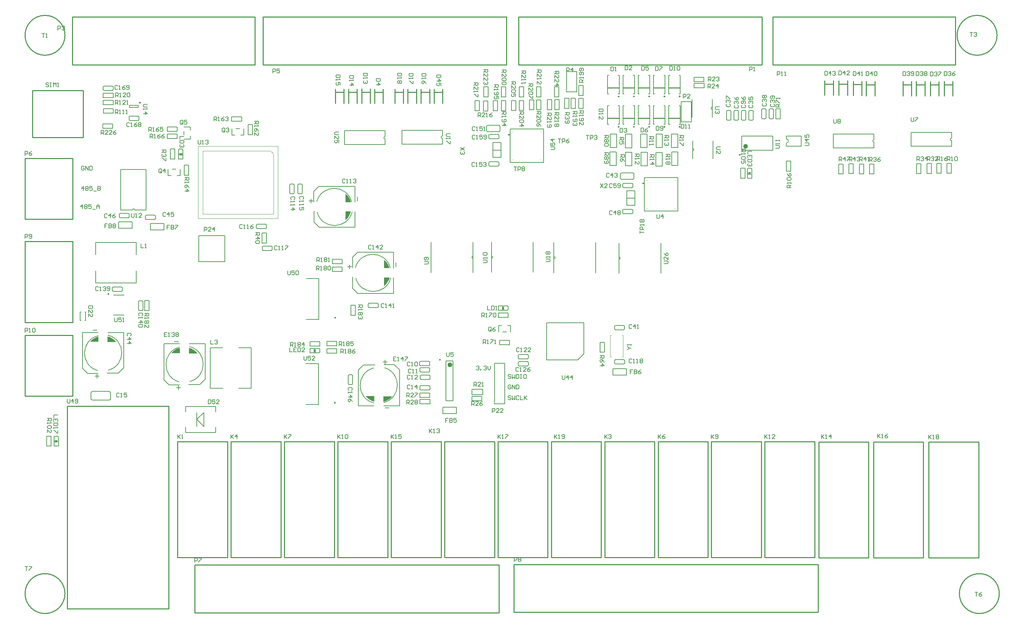
<source format=gto>
G04*
G04 #@! TF.GenerationSoftware,Altium Limited,Altium Designer,23.10.1 (27)*
G04*
G04 Layer_Color=65535*
%FSLAX25Y25*%
%MOIN*%
G70*
G04*
G04 #@! TF.SameCoordinates,1ECFB1C0-1579-4D3B-9075-10E0A19D06C0*
G04*
G04*
G04 #@! TF.FilePolarity,Positive*
G04*
G01*
G75*
%ADD10C,0.01000*%
%ADD11C,0.00709*%
%ADD12C,0.00600*%
%ADD13C,0.00984*%
%ADD14C,0.02362*%
%ADD15C,0.00500*%
%ADD16C,0.00787*%
%ADD17C,0.00800*%
%ADD18C,0.00700*%
%ADD19C,0.00493*%
%ADD20C,0.00394*%
G36*
X318600Y411900D02*
X320600Y408300D01*
X321200Y406000D01*
X316000D01*
Y411200D01*
Y414500D01*
X318600Y411900D01*
D02*
G37*
G36*
X320750Y394950D02*
X318500Y391100D01*
X315850Y388450D01*
Y391650D01*
Y396950D01*
X321150D01*
X320750Y394950D01*
D02*
G37*
G36*
X356700Y346800D02*
X358700Y343200D01*
X359300Y340900D01*
X354100D01*
Y346100D01*
Y349400D01*
X356700Y346800D01*
D02*
G37*
G36*
X358850Y329850D02*
X356600Y326000D01*
X353950Y323350D01*
Y326550D01*
Y331850D01*
X359250D01*
X358850Y329850D01*
D02*
G37*
G36*
X72385Y268232D02*
X63885D01*
X66485Y270832D01*
X70085Y272832D01*
X72385Y273432D01*
Y268232D01*
D02*
G37*
G36*
X83435Y272982D02*
X87285Y270732D01*
X89935Y268082D01*
X81435D01*
Y273382D01*
X83435Y272982D01*
D02*
G37*
G36*
X152700Y257000D02*
X144200D01*
X146800Y259600D01*
X150400Y261600D01*
X152700Y262200D01*
Y257000D01*
D02*
G37*
G36*
X163750Y261750D02*
X167600Y259500D01*
X170250Y256850D01*
X161750D01*
Y262150D01*
X163750Y261750D01*
D02*
G37*
G36*
X344335Y209250D02*
X342335Y209650D01*
X338485Y211900D01*
X335835Y214550D01*
X344335D01*
Y209250D01*
D02*
G37*
G36*
X359285Y211800D02*
X355685Y209800D01*
X353385Y209200D01*
Y214400D01*
X361885D01*
X359285Y211800D01*
D02*
G37*
D10*
X960630Y19685D02*
G03*
X960630Y19685I-19685J0D01*
G01*
X39370D02*
G03*
X39370Y19685I-19685J0D01*
G01*
X958385Y570866D02*
G03*
X958385Y570866I-19685J0D01*
G01*
X39370D02*
G03*
X39370Y570866I-19685J0D01*
G01*
X113883Y504300D02*
G03*
X113883Y504300I-583J0D01*
G01*
X817200Y588933D02*
X877200D01*
X817200Y541689D02*
X877200D01*
X797200Y588933D02*
X857200D01*
X797200Y541689D02*
X857200D01*
Y588933D02*
X917200D01*
X857200Y541689D02*
X917200D01*
Y588933D01*
X837200D02*
X897200D01*
X837200Y541689D02*
X897200D01*
X757200Y588933D02*
X817200D01*
X757200Y541689D02*
X817200D01*
X737200Y588933D02*
X797200D01*
X737200Y541689D02*
Y588933D01*
Y541689D02*
X797200D01*
Y588933D02*
X857200D01*
X797200Y541689D02*
X857200D01*
X777200Y588933D02*
X837200D01*
X777200Y541689D02*
X837200D01*
X566535Y588932D02*
X626535D01*
X566535Y541687D02*
X626535D01*
X546535Y588932D02*
X606535D01*
X546535Y541687D02*
X606535D01*
X506535Y588932D02*
X566535D01*
X506535Y541687D02*
X566535D01*
X486535Y588932D02*
X546535D01*
X486535Y541687D02*
Y588932D01*
Y541687D02*
X546535D01*
Y588932D02*
X606535D01*
X546535Y541687D02*
X606535D01*
X526535Y588932D02*
X586535D01*
X526535Y541687D02*
X586535D01*
X626535Y588932D02*
X686535D01*
X626535Y541687D02*
X686535D01*
X606535Y588932D02*
X666535D01*
X606535Y541687D02*
X666535D01*
Y588932D02*
X726535D01*
X666535Y541687D02*
X726535D01*
Y588932D01*
X646535D02*
X706535D01*
X646535Y541687D02*
X706535D01*
X566535Y588932D02*
X626535D01*
X566535Y541687D02*
X626535D01*
X546535Y588932D02*
X606535D01*
X546535Y541687D02*
X606535D01*
Y588932D02*
X666535D01*
X606535Y541687D02*
X666535D01*
X586535Y588932D02*
X646535D01*
X586535Y541687D02*
X646535D01*
X334567D02*
X394567D01*
X334567Y588932D02*
X394567D01*
X354567Y541687D02*
X414567D01*
X354567Y588932D02*
X414567D01*
X294567Y541687D02*
X354567D01*
X294567Y588932D02*
X354567D01*
X314567Y541687D02*
X374567D01*
X314567Y588932D02*
X374567D01*
X394567Y541687D02*
X454567D01*
X394567Y588932D02*
X454567D01*
X474567Y541687D02*
Y588932D01*
X414567Y541687D02*
X474567D01*
X414567Y588932D02*
X474567D01*
X354567Y541687D02*
X414567D01*
X354567Y588932D02*
X414567D01*
X374567Y541687D02*
X434567D01*
X374567Y588932D02*
X434567D01*
X274567Y541687D02*
X334567D01*
X274567Y588932D02*
X334567D01*
X294567Y541687D02*
X354567D01*
X294567Y588932D02*
X354567D01*
X234567Y541687D02*
X294567D01*
X234567D02*
Y588932D01*
X294567D01*
X254567Y541687D02*
X314567D01*
X254567Y588932D02*
X314567D01*
X294567Y541687D02*
X354567D01*
X294567Y588932D02*
X354567D01*
X314567Y541687D02*
X374567D01*
X314567Y588932D02*
X374567D01*
X86535Y541687D02*
X146535D01*
X86535Y588932D02*
X146535D01*
X106535Y541687D02*
X166535D01*
X106535Y588932D02*
X166535D01*
X46535Y541687D02*
X106535D01*
X46535D02*
Y588932D01*
X106535D01*
X66535Y541687D02*
X126535D01*
X66535Y588932D02*
X126535D01*
X146535Y541687D02*
X206535D01*
X146535Y588932D02*
X206535D01*
X226535Y541687D02*
Y588932D01*
X166535Y541687D02*
X226535D01*
X166535Y588932D02*
X226535D01*
X106535Y541687D02*
X166535D01*
X106535Y588932D02*
X166535D01*
X126535Y541687D02*
X186535D01*
X126535Y588932D02*
X186535D01*
X906168Y522039D02*
X914632D01*
X906168Y511113D02*
Y525287D01*
X914632Y511113D02*
Y525287D01*
X892602Y521886D02*
X901067D01*
X892602Y510961D02*
Y525134D01*
X901067Y510961D02*
Y525134D01*
X878768Y522039D02*
X887232D01*
X878768Y511113D02*
Y525287D01*
X887232Y511113D02*
Y525287D01*
X865668Y522039D02*
X874132D01*
X865668Y511113D02*
Y525287D01*
X874132Y511113D02*
Y525287D01*
X829368Y522039D02*
X837832D01*
X829368Y511113D02*
Y525287D01*
X837832Y511113D02*
Y525287D01*
X816568Y522239D02*
X825032D01*
X816568Y511313D02*
Y525487D01*
X825032Y511313D02*
Y525487D01*
X802368Y522739D02*
X810832D01*
X802368Y511813D02*
Y525987D01*
X810832Y511813D02*
Y525987D01*
X788468Y522639D02*
X796932D01*
X788468Y511713D02*
Y525887D01*
X796932Y511713D02*
Y525887D01*
X836530Y55043D02*
Y169216D01*
X885742D01*
Y55043D02*
Y169216D01*
X836530Y55043D02*
X885742D01*
X782557D02*
Y169216D01*
X831770D01*
Y55043D02*
Y169216D01*
X782557Y55043D02*
X831770D01*
X-146Y274600D02*
X47098D01*
Y214600D02*
Y274600D01*
X-146Y214600D02*
X47098D01*
X-146D02*
Y274600D01*
X150443Y55443D02*
Y169616D01*
X199655D01*
Y55443D02*
Y169616D01*
X150443Y55443D02*
X199655D01*
X571513D02*
X620726D01*
Y169616D01*
X571513D02*
X620726D01*
X571513Y55443D02*
Y169616D01*
X203075Y55443D02*
X252287D01*
Y169616D01*
X203075D02*
X252287D01*
X203075Y55443D02*
Y169616D01*
X624147Y55443D02*
X673360D01*
Y169616D01*
X624147D02*
X673360D01*
X624147Y55443D02*
Y169616D01*
X255710Y55443D02*
X304923D01*
Y169616D01*
X255710D02*
X304923D01*
X255710Y55443D02*
Y169616D01*
X676781Y55443D02*
X725994D01*
Y169616D01*
X676781D02*
X725994D01*
X676781Y55443D02*
Y169616D01*
X308344Y55443D02*
X357557D01*
Y169616D01*
X308344D02*
X357557D01*
X308344Y55443D02*
Y169616D01*
X729415Y55443D02*
X778627D01*
Y169616D01*
X729415D02*
X778627D01*
X729415Y55443D02*
Y169616D01*
X413612Y55443D02*
Y169616D01*
X462824D01*
Y55443D02*
Y169616D01*
X413612Y55443D02*
X462824D01*
X360978D02*
X410191D01*
Y169616D01*
X360978D02*
X410191D01*
X360978Y55443D02*
Y169616D01*
X466246Y55443D02*
X515458D01*
Y169616D01*
X466246D02*
X515458D01*
X466246Y55443D02*
Y169616D01*
X891030Y55082D02*
X940242D01*
Y169255D01*
X891030D02*
X940242D01*
X891030Y55082D02*
Y169255D01*
X518880Y55443D02*
Y169616D01*
X568092D01*
Y55443D02*
Y169616D01*
X518880Y55443D02*
X568092D01*
X-146Y389300D02*
Y449300D01*
Y389300D02*
X47098D01*
Y449300D01*
X-146D02*
X47098D01*
X247165Y48113D02*
X307165D01*
X247165Y869D02*
X307165D01*
X227165Y48113D02*
X287165D01*
X227165Y869D02*
X287165D01*
Y48113D02*
X347165D01*
X287165Y869D02*
X347165D01*
X267165Y48113D02*
X327165D01*
X267165Y869D02*
X327165D01*
X187165Y48113D02*
X247165D01*
X187165Y869D02*
X247165D01*
X167165D02*
Y48113D01*
X227165D01*
X167165Y869D02*
X227165D01*
Y48113D02*
X287165D01*
X227165Y869D02*
X287165D01*
X207165Y48113D02*
X267165D01*
X207165Y869D02*
X267165D01*
X307165Y48113D02*
X367165D01*
X307165Y869D02*
X367165D01*
X287165Y48113D02*
X347165D01*
X287165Y869D02*
X347165D01*
Y48113D02*
X407165D01*
X347165Y869D02*
X407165D01*
X327165Y48113D02*
X387165D01*
X327165Y869D02*
X387165D01*
X287165Y48113D02*
X347165D01*
X287165Y869D02*
X347165D01*
X267165Y48113D02*
X327165D01*
X267165Y869D02*
X327165D01*
X407165Y48113D02*
X467165D01*
Y869D02*
Y48113D01*
X407165Y869D02*
X467165D01*
X387165Y48113D02*
X447165D01*
X387165Y869D02*
X447165D01*
X562126Y48513D02*
X622126D01*
X562126Y1268D02*
X622126D01*
X542126Y48513D02*
X602126D01*
X542126Y1268D02*
X602126D01*
Y48513D02*
X662126D01*
X602126Y1268D02*
X662126D01*
X582126Y48513D02*
X642126D01*
X582126Y1268D02*
X642126D01*
X502126Y48513D02*
X562126D01*
X502126Y1268D02*
X562126D01*
X482126D02*
Y48513D01*
X542126D01*
X482126Y1268D02*
X542126D01*
Y48513D02*
X602126D01*
X542126Y1268D02*
X602126D01*
X522126Y48513D02*
X582126D01*
X522126Y1268D02*
X582126D01*
X622126Y48513D02*
X682126D01*
X622126Y1268D02*
X682126D01*
X602126Y48513D02*
X662126D01*
X602126Y1268D02*
X662126D01*
Y48513D02*
X722126D01*
X662126Y1268D02*
X722126D01*
X642126Y48513D02*
X702126D01*
X642126Y1268D02*
X702126D01*
X602126Y48513D02*
X662126D01*
X602126Y1268D02*
X662126D01*
X582126Y48513D02*
X642126D01*
X582126Y1268D02*
X642126D01*
X722126Y48513D02*
X782126D01*
Y1268D02*
Y48513D01*
X722126Y1268D02*
X782126D01*
X702126Y48513D02*
X762126D01*
X702126Y1268D02*
X762126D01*
X47098Y287500D02*
Y347500D01*
X-146Y287500D02*
X47098D01*
X-146D02*
Y347500D01*
Y367500D02*
X47098D01*
Y307500D02*
Y367500D01*
X-146Y307500D02*
Y367500D01*
X41500Y4700D02*
X141500D01*
Y204700D01*
X41500Y4700D02*
Y204700D01*
X141500D01*
X57302Y470185D02*
Y516285D01*
X7202Y470185D02*
X57302D01*
X7202D02*
Y516285D01*
X57302D01*
X344628Y514550D02*
X353093D01*
X344628Y503624D02*
Y517798D01*
X353093Y503624D02*
Y517798D01*
X403228Y514550D02*
X411693D01*
X403228Y503624D02*
Y517798D01*
X411693Y503624D02*
Y517798D01*
X390428Y514550D02*
X398893D01*
X390428Y503624D02*
Y517798D01*
X398893Y503624D02*
Y517798D01*
X377428Y514550D02*
X385893D01*
X377428Y503624D02*
Y517798D01*
X385893Y503624D02*
Y517798D01*
X364628Y514550D02*
X373093D01*
X364628Y503624D02*
Y517798D01*
X373093Y503624D02*
Y517798D01*
X331928Y514650D02*
X340393D01*
X331928Y503724D02*
Y517898D01*
X340393Y503724D02*
Y517898D01*
X318928Y514550D02*
X327393D01*
X318928Y503624D02*
Y517798D01*
X327393Y503624D02*
Y517798D01*
X305928Y514550D02*
X314393D01*
X305928Y503624D02*
Y517798D01*
X314393Y503624D02*
Y517798D01*
D11*
X913600Y469352D02*
G03*
X913600Y466852I0J-1250D01*
G01*
X837100Y467748D02*
G03*
X837100Y465248I0J-1250D01*
G01*
X355050Y471060D02*
G03*
X355050Y468560I0J-1250D01*
G01*
X411550Y471559D02*
G03*
X411550Y469060I0J-1250D01*
G01*
X913600Y469352D02*
Y474932D01*
Y461271D02*
Y466852D01*
X873600Y461271D02*
X913600D01*
X873600D02*
Y474932D01*
X913600D01*
X837100Y467748D02*
Y473329D01*
Y459668D02*
Y465248D01*
X797100Y459668D02*
X837100D01*
X797100D02*
Y473329D01*
X837100D01*
X355050Y471060D02*
Y476640D01*
Y462979D02*
Y468560D01*
X315050Y462979D02*
X355050D01*
X315050D02*
Y476640D01*
X355050D01*
X411550Y471559D02*
Y477140D01*
Y463479D02*
Y469060D01*
X371550Y463479D02*
X411550D01*
X371550D02*
Y477140D01*
X411550D01*
D12*
X677650Y500000D02*
G03*
X677650Y497600I0J-1200D01*
G01*
X658150Y456800D02*
G03*
X658150Y459200I0J1200D01*
G01*
X441735Y352990D02*
G03*
X441735Y350590I0J-1200D01*
G01*
X459835Y350690D02*
G03*
X459835Y353090I0J1200D01*
G01*
X585535Y349687D02*
G03*
X585535Y352087I0J1200D01*
G01*
X521435Y350090D02*
G03*
X521435Y352490I0J1200D01*
G01*
X677650Y489950D02*
Y507650D01*
X657550Y489950D02*
Y507650D01*
X658150Y449150D02*
Y466850D01*
X678250Y449150D02*
Y466850D01*
X400435Y336840D02*
Y366740D01*
X441735Y336840D02*
Y366740D01*
X459835Y336940D02*
Y366840D01*
X501135Y336940D02*
Y366840D01*
X585535Y335937D02*
Y365837D01*
X626835Y335937D02*
Y365837D01*
X562735Y336340D02*
Y366240D01*
X521435Y336340D02*
Y366240D01*
D13*
X585739Y480586D02*
G03*
X585739Y480586I-492J0D01*
G01*
X409577Y250646D02*
G03*
X409577Y250646I-492J0D01*
G01*
X305944Y208120D02*
G03*
X305944Y208120I-492J0D01*
G01*
X82619Y315480D02*
G03*
X82619Y315480I-492J0D01*
G01*
X306199Y292112D02*
G03*
X306199Y292112I-492J0D01*
G01*
X705220Y452884D02*
G03*
X705220Y452884I-492J0D01*
G01*
X477492Y472727D02*
G03*
X477492Y472727I-492J0D01*
G01*
X645989Y480586D02*
G03*
X645989Y480586I-492J0D01*
G01*
X630927D02*
G03*
X630927Y480586I-492J0D01*
G01*
X615864D02*
G03*
X615864Y480586I-492J0D01*
G01*
X600802D02*
G03*
X600802Y480586I-492J0D01*
G01*
X585739Y510586D02*
G03*
X585739Y510586I-492J0D01*
G01*
X600802D02*
G03*
X600802Y510586I-492J0D01*
G01*
X615864D02*
G03*
X615864Y510586I-492J0D01*
G01*
X630927D02*
G03*
X630927Y510586I-492J0D01*
G01*
X645989D02*
G03*
X645989Y510586I-492J0D01*
G01*
X609992Y424727D02*
G03*
X609992Y424727I-492J0D01*
G01*
D14*
X420109Y245548D02*
G03*
X420109Y245548I-1181J0D01*
G01*
X711617Y461250D02*
G03*
X711617Y461250I-1181J0D01*
G01*
D15*
X71885Y274232D02*
G03*
X71417Y239940I4556J-17212D01*
G01*
X82123Y240248D02*
G03*
X81885Y274732I-4556J17212D01*
G01*
X162438Y229015D02*
G03*
X162200Y263500I-4556J17212D01*
G01*
X152200Y263000D02*
G03*
X151732Y228707I4556J-17212D01*
G01*
X326115Y331162D02*
G03*
X360600Y331400I17212J4556D01*
G01*
X360100Y341400D02*
G03*
X325807Y341868I-17212J-4556D01*
G01*
X353885Y208400D02*
G03*
X354353Y242693I-4556J17212D01*
G01*
X343647Y242385D02*
G03*
X343885Y207900I4556J-17212D01*
G01*
X288015Y396262D02*
G03*
X322500Y396500I17212J4556D01*
G01*
X322000Y406500D02*
G03*
X287707Y406968I-17212J-4556D01*
G01*
X182706Y262399D02*
X194864D01*
X182706Y222241D02*
X194864D01*
X210706D02*
X222864D01*
X182706D02*
Y262399D01*
X210706D02*
X222864D01*
Y222241D02*
Y262399D01*
X822635Y434026D02*
Y443868D01*
X826965Y434026D02*
Y443868D01*
X822635Y434026D02*
X826965D01*
X822635Y443868D02*
X826965D01*
X909035Y434631D02*
Y444474D01*
X913365Y434631D02*
Y444474D01*
X909035Y434631D02*
X913365D01*
X909035Y444474D02*
X913365D01*
X899135Y434631D02*
Y444474D01*
X903465Y434631D02*
Y444474D01*
X899135Y434631D02*
X903465D01*
X899135Y444474D02*
X903465D01*
X889235Y434432D02*
Y444274D01*
X893565Y434432D02*
Y444274D01*
X889235Y434432D02*
X893565D01*
X889235Y444274D02*
X893565D01*
X879035Y434332D02*
Y444174D01*
X883365Y434332D02*
Y444174D01*
X879035Y434332D02*
X883365D01*
X879035Y444174D02*
X883365D01*
X832535Y433926D02*
Y443769D01*
X836865Y433926D02*
Y443769D01*
X832535Y433926D02*
X836865D01*
X832535Y443769D02*
X836865D01*
X812235Y434226D02*
Y444068D01*
X816565Y434226D02*
Y444068D01*
X812235Y434226D02*
X816565D01*
X812235Y444068D02*
X816565D01*
X802435Y434026D02*
Y443868D01*
X806765Y434026D02*
Y443868D01*
X802435Y434026D02*
X806765D01*
X802435Y443868D02*
X806765D01*
X536261Y498820D02*
Y508663D01*
X531930Y498820D02*
Y508663D01*
X536261D01*
X531930Y498820D02*
X536261D01*
X598241Y459844D02*
Y473230D01*
X591942Y459844D02*
Y473230D01*
X598241Y472246D02*
X598241D01*
X591942Y459844D02*
X598241D01*
X591942Y473230D02*
X598241D01*
X583279Y459944D02*
Y473330D01*
X576979Y459944D02*
Y473330D01*
X583279Y472346D02*
X583279D01*
X576979Y459944D02*
X583279D01*
X576979Y473330D02*
X583279D01*
X613404Y459944D02*
Y473330D01*
X607104Y459944D02*
Y473330D01*
X613404Y472346D02*
X613404D01*
X607104Y459944D02*
X613404D01*
X607104Y473330D02*
X613404D01*
X628466Y459944D02*
Y473330D01*
X622167Y459944D02*
Y473330D01*
X628466Y472346D02*
X628466D01*
X622167Y459944D02*
X628466D01*
X622167Y473330D02*
X628466D01*
X643529Y459944D02*
Y473330D01*
X637229Y459944D02*
Y473330D01*
X643529Y472346D02*
X643529D01*
X637229Y459944D02*
X643529D01*
X637229Y473330D02*
X643529D01*
X643797Y442274D02*
Y455660D01*
X637498Y442274D02*
Y455660D01*
X643797Y454676D02*
X643797D01*
X637498Y442274D02*
X643797D01*
X637498Y455660D02*
X643797D01*
X628398Y441700D02*
Y455086D01*
X622098Y441700D02*
Y455086D01*
X628398Y454102D02*
X628398D01*
X622098Y441700D02*
X628398D01*
X622098Y455086D02*
X628398D01*
X613597Y441900D02*
Y455286D01*
X607298Y441900D02*
Y455286D01*
X613597Y454302D02*
X613597D01*
X607298Y441900D02*
X613597D01*
X607298Y455286D02*
X613597D01*
X598198Y442000D02*
Y455386D01*
X591898Y442000D02*
Y455386D01*
X598198Y454402D02*
X598198D01*
X591898Y442000D02*
X598198D01*
X591898Y455386D02*
X598198D01*
X576798Y455760D02*
X583098D01*
X576798Y442374D02*
X583098D01*
X583098Y454776D02*
X583098D01*
X576798Y442374D02*
Y455760D01*
X583098Y442374D02*
Y455760D01*
X579555Y241550D02*
X592941D01*
X579555Y235250D02*
X592941D01*
X580539Y241550D02*
Y241550D01*
X592941Y235250D02*
Y241550D01*
X579555Y235250D02*
Y241550D01*
X495387Y248865D02*
X496174Y248078D01*
X495387Y244535D02*
X496174Y245322D01*
X486332D02*
X487119Y244535D01*
X486332Y248078D02*
X487119Y248865D01*
X495387D01*
X486332Y245322D02*
Y248078D01*
X496174Y245322D02*
Y248078D01*
X487119Y244535D02*
X495387D01*
X450459Y210135D02*
Y214465D01*
X440617Y210135D02*
Y214465D01*
Y210135D02*
X450459D01*
X440617Y214465D02*
X450459D01*
X389999Y242765D02*
X398266D01*
X389211Y239222D02*
Y241978D01*
X399054Y239222D02*
Y241978D01*
X389999Y238435D02*
X398266D01*
X399054Y239222D01*
X398266Y242765D02*
X399054Y241978D01*
X389211D02*
X389999Y242765D01*
X389211Y239222D02*
X389999Y238435D01*
X390404Y235365D02*
X398672D01*
X389617Y231822D02*
Y234578D01*
X399459Y231822D02*
Y234578D01*
X390404Y231035D02*
X398672D01*
X399459Y231822D01*
X398672Y235365D02*
X399459Y234578D01*
X389617D02*
X390404Y235365D01*
X389617Y231822D02*
X390404Y231035D01*
X390198Y225065D02*
X398466D01*
X389411Y221522D02*
Y224278D01*
X399254Y221522D02*
Y224278D01*
X390198Y220735D02*
X398466D01*
X399254Y221522D01*
X398466Y225065D02*
X399254Y224278D01*
X389411D02*
X390198Y225065D01*
X389411Y221522D02*
X390198Y220735D01*
X389217Y213435D02*
Y217765D01*
X399059Y213435D02*
Y217765D01*
X389217D02*
X399059D01*
X389217Y213435D02*
X399059D01*
X389311Y207135D02*
Y211465D01*
X399154Y207135D02*
Y211465D01*
X389311D02*
X399154D01*
X389311Y207135D02*
X399154D01*
X389898Y248965D02*
X398166D01*
X389111Y245422D02*
Y248178D01*
X398954Y245422D02*
Y248178D01*
X389898Y244635D02*
X398166D01*
X398954Y245422D01*
X398166Y248965D02*
X398954Y248178D01*
X389111D02*
X389898Y248965D01*
X389111Y245422D02*
X389898Y244635D01*
X137130Y378650D02*
Y384950D01*
X123744Y378650D02*
Y384950D01*
X136146Y378650D02*
Y378650D01*
X123744Y384950D02*
X137130D01*
X123744Y378650D02*
X137130D01*
X66885Y279732D02*
X70885D01*
Y232232D02*
Y236232D01*
X68885Y234232D02*
X72885D01*
X97161Y242232D02*
Y277508D01*
X92110Y237232D02*
X97110Y242232D01*
X81661Y277508D02*
X97161D01*
X56609D02*
X72110D01*
X61661Y236957D02*
X71885D01*
X56609Y242008D02*
X61661Y236957D01*
X56609Y242008D02*
Y277508D01*
X80885Y237232D02*
X92110D01*
X66232Y219231D02*
X82964D01*
X66232Y210569D02*
X82964D01*
Y219231D02*
X84145Y218050D01*
X82964Y210569D02*
X84145Y211750D01*
X65050D02*
X66232Y210569D01*
X65050Y218050D02*
X66232Y219231D01*
X84145Y211750D02*
Y218050D01*
X65050Y211750D02*
Y218050D01*
X28535Y174287D02*
X29322Y175074D01*
X30700Y169267D02*
Y170645D01*
X32078Y169267D01*
X29322D02*
X30700Y170645D01*
X29322Y169267D02*
X32078D01*
X29322Y170645D02*
X32078D01*
X32078Y175074D02*
X32865Y174287D01*
X28535Y165232D02*
Y174287D01*
X29322Y175074D02*
X32078D01*
X32865Y165232D02*
Y174287D01*
X28535Y165232D02*
X32865D01*
X21420Y165331D02*
Y175174D01*
X25750Y165331D02*
Y175174D01*
X21420Y165331D02*
X25750D01*
X21420Y175174D02*
X25750D01*
X119513Y388935D02*
X127781D01*
X128568Y389722D02*
Y392478D01*
X118726Y389722D02*
Y392478D01*
X119513Y393265D02*
X127781D01*
X118726Y392478D02*
X119513Y393265D01*
X118726Y389722D02*
X119513Y388935D01*
X127781D02*
X128568Y389722D01*
X127781Y393265D02*
X128568Y392478D01*
X93713Y395165D02*
X101981D01*
X92926Y391622D02*
Y394378D01*
X102769Y391622D02*
Y394378D01*
X93713Y390835D02*
X101981D01*
X102769Y391622D01*
X101981Y395165D02*
X102769Y394378D01*
X92926D02*
X93713Y395165D01*
X92926Y391622D02*
X93713Y390835D01*
X59000Y297668D02*
X59758D01*
X59000Y289400D02*
X59758D01*
Y297668D01*
X54441D02*
X55200D01*
X54443Y289400D02*
X55200D01*
X54441Y297668D02*
X54443Y289400D01*
X161200Y226000D02*
X172424D01*
X136924Y230776D02*
Y266276D01*
Y230776D02*
X141976Y225724D01*
X152200D01*
X136924Y266276D02*
X152424D01*
X161976D02*
X177476D01*
X172424Y226000D02*
X177424Y231000D01*
X177476D02*
Y266276D01*
X149200Y223000D02*
X153200D01*
X151200Y221000D02*
Y225000D01*
X147200Y268500D02*
X151200D01*
X92244Y380250D02*
X105630D01*
X92244Y386550D02*
X105630D01*
X104646Y380250D02*
Y380250D01*
X92244Y380250D02*
Y386550D01*
X105630Y380250D02*
Y386550D01*
X440785Y216000D02*
X451185D01*
X440785D02*
Y221400D01*
X451185D01*
Y216000D02*
Y221400D01*
X111820Y307981D02*
X112607Y308769D01*
X115363D02*
X116150Y307981D01*
X115363Y298926D02*
X116150Y299713D01*
X111820D02*
X112607Y298926D01*
X111820Y299713D02*
Y307981D01*
X112607Y298926D02*
X115363D01*
X112607Y308769D02*
X115363D01*
X116150Y299713D02*
Y307981D01*
X117935Y308974D02*
X122265D01*
X117935Y299131D02*
X122265D01*
Y308974D01*
X117935Y299131D02*
Y308974D01*
X69487Y326221D02*
X109644D01*
Y338379D01*
X69487Y366379D02*
X109644D01*
X69487Y326221D02*
Y338379D01*
Y354221D02*
Y366379D01*
X109644Y354221D02*
Y366379D01*
X86111Y318922D02*
X86898Y318135D01*
X86111Y321678D02*
X86898Y322465D01*
X95166D02*
X95954Y321678D01*
X95166Y318135D02*
X95954Y318922D01*
X86898Y318135D02*
X95166D01*
X95954Y318922D02*
Y321678D01*
X86111Y318922D02*
Y321678D01*
X86898Y322465D02*
X95166D01*
X307454Y257035D02*
Y261365D01*
X297611Y257035D02*
Y261365D01*
Y257035D02*
X307454D01*
X297611Y261365D02*
X307454D01*
X290659Y264135D02*
Y268465D01*
X280817Y264135D02*
Y268465D01*
Y264135D02*
X290659D01*
X280817Y268465D02*
X290659D01*
X307374Y264235D02*
Y268565D01*
X297532Y264235D02*
Y268565D01*
Y264235D02*
X307374D01*
X297532Y268565D02*
X307374D01*
X318635Y234987D02*
X319422Y235774D01*
X322178D02*
X322965Y234987D01*
X322178Y225932D02*
X322965Y226719D01*
X318635D02*
X319422Y225932D01*
X318635Y226719D02*
Y234987D01*
X319422Y225932D02*
X322178D01*
X319422Y235774D02*
X322178D01*
X322965Y226719D02*
Y234987D01*
X280917Y257335D02*
Y261665D01*
Y257335D02*
X289972D01*
X290759Y258122D02*
Y260878D01*
X280917Y261665D02*
X289972D01*
X289972Y257335D02*
X290759Y258122D01*
X286330Y258122D02*
Y260878D01*
X284952Y258122D02*
Y260878D01*
X286330Y259500D01*
X284952Y258122D02*
X286330Y259500D01*
X284952D02*
X286330D01*
X289972Y261665D02*
X290759Y260878D01*
X338326Y302722D02*
X339113Y301935D01*
X338326Y305478D02*
X339113Y306265D01*
X347381D02*
X348168Y305478D01*
X347381Y301935D02*
X348168Y302722D01*
X339113Y301935D02*
X347381D01*
X348168Y302722D02*
Y305478D01*
X338326Y302722D02*
Y305478D01*
X339113Y306265D02*
X347381D01*
X323100Y321176D02*
Y332400D01*
X327876Y356676D02*
X363376D01*
X322824Y351624D02*
X327876Y356676D01*
X322824Y341400D02*
Y351624D01*
X363376Y341176D02*
Y356676D01*
Y316124D02*
Y331624D01*
X323100Y321176D02*
X328100Y316176D01*
Y316124D02*
X363376D01*
X320100Y340400D02*
Y344400D01*
X318100Y342400D02*
X322100D01*
X365600D02*
Y346400D01*
X302926Y345235D02*
Y349565D01*
X312769Y345235D02*
Y349565D01*
X302926D02*
X312769D01*
X302926Y345235D02*
X312769D01*
X302926Y337735D02*
Y342065D01*
X312769Y337735D02*
Y342065D01*
X302926D02*
X312769D01*
X302926Y337735D02*
X312769D01*
X354885Y202900D02*
X358885D01*
X354885Y246400D02*
Y250400D01*
X352885Y248400D02*
X356885D01*
X328609Y205124D02*
Y240400D01*
X328661D02*
X333661Y245400D01*
X328609Y205124D02*
X344110D01*
X353661D02*
X369161D01*
X353885Y245676D02*
X364109D01*
X369161Y240624D01*
Y205124D02*
Y240624D01*
X333661Y245400D02*
X344885D01*
X321435Y294431D02*
X325765D01*
X321435Y304274D02*
X325765D01*
X321435Y294431D02*
Y304274D01*
X325765Y294431D02*
Y304274D01*
X456071Y482050D02*
X467488D01*
X455087Y476735D02*
Y481065D01*
X456071Y475750D02*
X467488D01*
X468472Y476735D02*
Y481065D01*
X467488Y475750D02*
X468472Y476735D01*
X467488Y482050D02*
X468472Y481065D01*
X455087Y476735D02*
X456071Y475750D01*
Y482050D02*
Y482050D01*
X455087Y481065D02*
X456071Y482050D01*
X77121Y517322D02*
X77909Y516535D01*
X77121Y520078D02*
X77909Y520865D01*
X86176D02*
X86964Y520078D01*
X86176Y516535D02*
X86964Y517322D01*
X77909Y516535D02*
X86176D01*
X86964Y517322D02*
Y520078D01*
X77121Y517322D02*
Y520078D01*
X77909Y520865D02*
X86176D01*
X151343Y457786D02*
X152131Y458573D01*
X153509Y452766D02*
Y454144D01*
X154887Y452766D01*
X152131D02*
X153509Y454144D01*
X152131Y452766D02*
X154887D01*
X152131Y454144D02*
X154887D01*
X154887Y458573D02*
X155674Y457786D01*
X151343Y448731D02*
Y457786D01*
X152131Y458573D02*
X154887D01*
X155674Y448731D02*
Y457786D01*
X151343Y448731D02*
X155674D01*
X712181Y438887D02*
X712968Y439674D01*
X714346Y433867D02*
Y435245D01*
X715724Y433867D01*
X712968D02*
X714346Y435245D01*
X712968Y433867D02*
X715724D01*
X712968Y435245D02*
X715724D01*
X715724Y439674D02*
X716512Y438887D01*
X712181Y429831D02*
Y438887D01*
X712968Y439674D02*
X715724D01*
X716512Y429831D02*
Y438887D01*
X712181Y429831D02*
X716512D01*
X171405Y372995D02*
X196995D01*
X171405Y347405D02*
Y372995D01*
Y347405D02*
X196995D01*
Y372995D01*
X86469Y479035D02*
Y483365D01*
X76627Y479035D02*
Y483365D01*
Y479035D02*
X86469D01*
X76627Y483365D02*
X86469D01*
X545012Y250298D02*
X551055Y256341D01*
X514323Y250298D02*
X545012D01*
X514323D02*
Y287030D01*
X551055D01*
Y256341D02*
Y287030D01*
X479786Y496695D02*
X484117D01*
X479786Y506537D02*
X484117D01*
X479786Y496695D02*
Y506537D01*
X484117Y496695D02*
Y506537D01*
X466880Y278026D02*
Y284325D01*
X478691Y278026D02*
Y284325D01*
X471013Y278026D02*
X474557D01*
X466880Y284325D02*
X469832D01*
X475738D02*
X478691D01*
X691688Y487813D02*
Y496081D01*
X692476Y487026D02*
X695231D01*
X692476Y496869D02*
X695231D01*
X696019Y487813D02*
Y496081D01*
X695231Y496869D02*
X696019Y496081D01*
X691688D02*
X692476Y496869D01*
X691688Y487813D02*
X692476Y487026D01*
X695231D02*
X696019Y487813D01*
X699022D02*
Y496081D01*
X699809Y487026D02*
X702565D01*
X699809Y496869D02*
X702565D01*
X703352Y487813D02*
Y496081D01*
X702565Y496869D02*
X703352Y496081D01*
X699022D02*
X699809Y496869D01*
X699022Y487813D02*
X699809Y487026D01*
X702565D02*
X703352Y487813D01*
X710686D02*
Y496081D01*
X707142Y496869D02*
X709898D01*
X707142Y487026D02*
X709898D01*
X706355Y487813D02*
Y496081D01*
Y487813D02*
X707142Y487026D01*
X709898D02*
X710686Y487813D01*
X709898Y496869D02*
X710686Y496081D01*
X706355D02*
X707142Y496869D01*
X718019Y487813D02*
Y496081D01*
X714476Y496869D02*
X717232D01*
X714476Y487026D02*
X717232D01*
X713688Y487813D02*
Y496081D01*
Y487813D02*
X714476Y487026D01*
X717232D02*
X718019Y487813D01*
X717232Y496869D02*
X718019Y496081D01*
X713688D02*
X714476Y496869D01*
X730519Y489219D02*
Y497487D01*
X726976Y498274D02*
X729732D01*
X726976Y488432D02*
X729732D01*
X726188Y489219D02*
Y497487D01*
Y489219D02*
X726976Y488432D01*
X729732D02*
X730519Y489219D01*
X729732Y498274D02*
X730519Y497487D01*
X726188D02*
X726976Y498274D01*
X738019Y489219D02*
Y497487D01*
X734476Y498274D02*
X737231D01*
X734476Y488432D02*
X737231D01*
X733688Y489219D02*
Y497487D01*
Y489219D02*
X734476Y488432D01*
X737231D02*
X738019Y489219D01*
X737231Y498274D02*
X738019Y497487D01*
X733688D02*
X734476Y498274D01*
X740188Y488432D02*
Y498274D01*
X744519Y488432D02*
Y498274D01*
X740188Y488432D02*
X744519D01*
X740188Y498274D02*
X744519D01*
X755019Y436736D02*
Y446579D01*
X750688Y436736D02*
Y446579D01*
X755019D01*
X750688Y436736D02*
X755019D01*
X710012Y429832D02*
Y439674D01*
X705681Y429832D02*
Y439674D01*
X710012D01*
X705681Y429832D02*
X710012D01*
X466483Y292509D02*
X476325D01*
X466483Y296839D02*
X476325D01*
Y292509D02*
Y296839D01*
X466483Y292509D02*
Y296839D01*
X467917Y265535D02*
X477759D01*
X467917Y269865D02*
X477759D01*
Y265535D02*
Y269865D01*
X467917Y265535D02*
Y269865D01*
X487119Y251535D02*
X495387D01*
X496174Y252322D02*
Y255078D01*
X486332Y252322D02*
Y255078D01*
X487119Y255865D02*
X495387D01*
X486332Y255078D02*
X487119Y255865D01*
X486332Y252322D02*
X487119Y251535D01*
X495387D02*
X496174Y252322D01*
X495387Y255865D02*
X496174Y255078D01*
X582113Y250565D02*
X590381D01*
X581326Y247022D02*
Y249778D01*
X591168Y247022D02*
Y249778D01*
X582113Y246235D02*
X590381D01*
X591168Y247022D01*
X590381Y250565D02*
X591168Y249778D01*
X581326D02*
X582113Y250565D01*
X581326Y247022D02*
X582113Y246235D01*
X571461Y258026D02*
Y267868D01*
X567130Y258026D02*
Y267868D01*
X571461D01*
X567130Y258026D02*
X571461D01*
X425430Y197250D02*
Y203550D01*
X412044Y197250D02*
Y203550D01*
X424446Y197250D02*
Y197250D01*
X412044Y203550D02*
X425430D01*
X412044Y197250D02*
X425430D01*
X234714Y358478D02*
X242982D01*
X243769Y359265D02*
Y362021D01*
X233927Y359265D02*
Y362021D01*
X234714Y362809D02*
X242982D01*
X233927Y362021D02*
X234714Y362809D01*
X233927Y359265D02*
X234714Y358478D01*
X242982D02*
X243769Y359265D01*
X242982Y362809D02*
X243769Y362021D01*
X238050Y365769D02*
Y375612D01*
X233720Y365769D02*
Y375612D01*
X238050D01*
X233720Y365769D02*
X238050D01*
X228899Y384309D02*
X237166D01*
X228111Y380765D02*
Y383521D01*
X237954Y380765D02*
Y383521D01*
X228899Y379978D02*
X237166D01*
X237954Y380765D01*
X237166Y384309D02*
X237954Y383521D01*
X228111D02*
X228899Y384309D01*
X228111Y380765D02*
X228899Y379978D01*
X261099Y415066D02*
Y423334D01*
X261886Y414279D02*
X264642D01*
X261886Y424121D02*
X264642D01*
X265429Y415066D02*
Y423334D01*
X264642Y424121D02*
X265429Y423334D01*
X261099D02*
X261886Y424121D01*
X261099Y415066D02*
X261886Y414279D01*
X264642D02*
X265429Y415066D01*
X269098D02*
Y423334D01*
X269886Y414279D02*
X272642D01*
X269886Y424121D02*
X272642D01*
X273429Y415066D02*
Y423334D01*
X272642Y424121D02*
X273429Y423334D01*
X269098D02*
X269886Y424121D01*
X269098Y415066D02*
X269886Y414279D01*
X272642D02*
X273429Y415066D01*
X156843Y432731D02*
Y442573D01*
X161174Y432731D02*
Y442573D01*
X156843Y432731D02*
X161174D01*
X156843Y442573D02*
X161174D01*
X141066Y432521D02*
X144019D01*
X149925D02*
X152877D01*
X145200Y438820D02*
X148743D01*
X141066Y432521D02*
Y438820D01*
X152877Y432521D02*
Y438820D01*
X147674Y448825D02*
Y458668D01*
X143343Y448825D02*
Y458668D01*
X147674D01*
X143343Y448825D02*
X147674D01*
X140232Y473474D02*
X150075D01*
X140232Y469143D02*
X150075D01*
X140232D02*
Y473474D01*
X150075Y469143D02*
Y473474D01*
X140232Y480474D02*
X150075D01*
X140232Y476143D02*
X150075D01*
X140232D02*
Y480474D01*
X150075Y476143D02*
Y480474D01*
X203917Y472432D02*
X206869D01*
X212775D02*
X215728D01*
X208050Y478731D02*
X211594D01*
X203917Y472432D02*
Y478731D01*
X215728Y472432D02*
Y478731D01*
X203731Y490265D02*
X213574D01*
X203731Y485935D02*
X213574D01*
X203731D02*
Y490265D01*
X213574Y485935D02*
Y490265D01*
X220035Y472831D02*
Y482674D01*
X224365Y472831D02*
Y482674D01*
X220035Y472831D02*
X224365D01*
X220035Y482674D02*
X224365D01*
X103413Y486835D02*
X111681D01*
X112469Y487622D02*
Y490378D01*
X102626Y487622D02*
Y490378D01*
X103413Y491165D02*
X111681D01*
X102626Y490378D02*
X103413Y491165D01*
X102626Y487622D02*
X103413Y486835D01*
X111681D02*
X112469Y487622D01*
X111681Y491165D02*
X112469Y490378D01*
X77226Y498465D02*
X87068D01*
X77226Y494135D02*
X87068D01*
X77226D02*
Y498465D01*
X87068Y494135D02*
Y498465D01*
X77111Y513865D02*
X86954D01*
X77111Y509535D02*
X86954D01*
X77111D02*
Y513865D01*
X86954Y509535D02*
Y513865D01*
X77111Y506865D02*
X86954D01*
X77111Y502535D02*
X86954D01*
X77111D02*
Y506865D01*
X86954Y502535D02*
Y506865D01*
X162969Y468466D02*
Y471419D01*
Y477324D02*
Y480277D01*
X156669Y472600D02*
Y476143D01*
Y468466D02*
X162969D01*
X156669Y480277D02*
X162969D01*
X590130Y399065D02*
X598398D01*
X589343Y395522D02*
Y398278D01*
X599185Y395522D02*
Y398278D01*
X590130Y394735D02*
X598398D01*
X599185Y395522D01*
X598398Y399065D02*
X599185Y398278D01*
X589343D02*
X590130Y399065D01*
X589343Y395522D02*
X590130Y394735D01*
X590230Y424807D02*
X598498D01*
X589443Y421264D02*
Y424020D01*
X599285Y421264D02*
Y424020D01*
X590230Y420476D02*
X598498D01*
X599285Y421264D01*
X598498Y424807D02*
X599285Y424020D01*
X589443D02*
X590230Y424807D01*
X589443Y421264D02*
X590230Y420476D01*
X587087Y434065D02*
X588071Y435050D01*
Y435050D01*
X587087Y429735D02*
X588071Y428751D01*
X599488Y435050D02*
X600472Y434065D01*
X599488Y428751D02*
X600472Y429735D01*
Y434065D01*
X588071Y428751D02*
X599488D01*
X587087Y429735D02*
Y434065D01*
X588071Y435050D02*
X599488D01*
X474017Y510194D02*
Y520037D01*
X469686Y510194D02*
Y520037D01*
X474017D01*
X469686Y510194D02*
X474017D01*
X473916Y496500D02*
Y506343D01*
X469586Y496500D02*
Y506343D01*
X473916D01*
X469586Y496500D02*
X473916D01*
X465816Y496494D02*
Y506337D01*
X461486Y496494D02*
Y506337D01*
X465816D01*
X461486Y496494D02*
X465816D01*
X491565Y510194D02*
Y520037D01*
X487235Y510194D02*
Y520037D01*
X491565D01*
X487235Y510194D02*
X491565D01*
X491716Y496695D02*
Y506537D01*
X487386Y496695D02*
Y506537D01*
X491716D01*
X487386Y496695D02*
X491716D01*
X458130Y473065D02*
X466398D01*
X457343Y469522D02*
Y472278D01*
X467185Y469522D02*
Y472278D01*
X458130Y468735D02*
X466398D01*
X467185Y469522D01*
X466398Y473065D02*
X467185Y472278D01*
X457343D02*
X458130Y473065D01*
X457343Y469522D02*
X458130Y468735D01*
Y446065D02*
X466398D01*
X457343Y442522D02*
Y445278D01*
X467185Y442522D02*
Y445278D01*
X458130Y441735D02*
X466398D01*
X467185Y442522D01*
X466398Y446065D02*
X467185Y445278D01*
X457343D02*
X458130Y446065D01*
X457343Y442522D02*
X458130Y441735D01*
X526416Y510194D02*
Y520037D01*
X522086Y510194D02*
Y520037D01*
X526416D01*
X522086Y510194D02*
X526416D01*
X526516Y497495D02*
Y507337D01*
X522186Y497495D02*
Y507337D01*
X526516D01*
X522186Y497495D02*
X526516D01*
X519216D02*
Y507337D01*
X514886Y497495D02*
Y507337D01*
X519216D01*
X514886Y497495D02*
X519216D01*
X508716Y510194D02*
Y520037D01*
X504386Y510194D02*
Y520037D01*
X508716D01*
X504386Y510194D02*
X508716D01*
Y497295D02*
Y507137D01*
X504386Y497295D02*
Y507137D01*
X508716D01*
X504386Y497295D02*
X508716D01*
X501717D02*
Y507137D01*
X497386Y497295D02*
Y507137D01*
X501717D01*
X497386Y497295D02*
X501717D01*
X669568Y518935D02*
Y523265D01*
X659726Y518935D02*
Y523265D01*
Y518935D02*
X669568D01*
X659726Y523265D02*
X669568D01*
X659531Y525035D02*
Y529365D01*
X669374Y525035D02*
Y529365D01*
X659531D02*
X669374D01*
X659531Y525035D02*
X669374D01*
X581211Y280922D02*
X581998Y280135D01*
X581211Y283678D02*
X581998Y284465D01*
X590266D02*
X591054Y283678D01*
X590266Y280135D02*
X591054Y280922D01*
X581998Y280135D02*
X590266D01*
X591054Y280922D02*
Y283678D01*
X581211Y280922D02*
Y283678D01*
X581998Y284465D02*
X590266D01*
X285000Y386276D02*
Y397500D01*
X289776Y421776D02*
X325276D01*
X284724Y416724D02*
X289776Y421776D01*
X284724Y406500D02*
Y416724D01*
X325276Y406276D02*
Y421776D01*
Y381224D02*
Y396724D01*
X285000Y386276D02*
X290000Y381276D01*
Y381224D02*
X325276D01*
X282000Y405500D02*
Y409500D01*
X280000Y407500D02*
X284000D01*
X327500D02*
Y411500D01*
X475587Y303665D02*
X476374Y302878D01*
X470567Y301500D02*
X471945D01*
X470567Y300122D02*
X471945Y301500D01*
X470567Y302878D02*
X471945Y301500D01*
X470567Y300122D02*
Y302878D01*
X471945Y300122D02*
Y302878D01*
X475587Y299335D02*
X476374Y300122D01*
X466532Y303665D02*
X475587D01*
X476374Y300122D02*
Y302878D01*
X466532Y299335D02*
X475587D01*
X466532D02*
Y303665D01*
X452186Y510194D02*
X456517D01*
X452186Y520037D02*
X456517D01*
X452186Y510194D02*
Y520037D01*
X456517Y510194D02*
Y520037D01*
X443586Y496410D02*
X447917D01*
X443586Y506253D02*
X447917D01*
X443586Y496410D02*
Y506253D01*
X447917Y496410D02*
Y506253D01*
X451986Y496184D02*
X456317D01*
X451986Y506027D02*
X456317D01*
X451986Y496184D02*
Y506027D01*
X456317Y496184D02*
Y506027D01*
X546030Y511410D02*
X550361D01*
X546030Y521253D02*
X550361D01*
X546030Y511410D02*
Y521253D01*
X550361Y511410D02*
Y521253D01*
X546030Y498710D02*
X550361D01*
X546030Y508553D02*
X550361D01*
X546030Y498710D02*
Y508553D01*
X550361Y498710D02*
Y508553D01*
X538230Y498710D02*
X542561D01*
X538230Y508553D02*
X542561D01*
X538230Y498710D02*
Y508553D01*
X542561Y498710D02*
Y508553D01*
X936600Y20999D02*
X939266D01*
X937933D01*
Y17000D01*
X943264Y20999D02*
X941932Y20332D01*
X940599Y18999D01*
Y17666D01*
X941265Y17000D01*
X942598D01*
X943264Y17666D01*
Y18333D01*
X942598Y18999D01*
X940599D01*
X741568Y531101D02*
Y535099D01*
X743567D01*
X744234Y534433D01*
Y533100D01*
X743567Y532434D01*
X741568D01*
X745567Y531101D02*
X746900D01*
X746233D01*
Y535099D01*
X745567Y534433D01*
X748899Y531101D02*
X750232D01*
X749566D01*
Y535099D01*
X748899Y534433D01*
X534000Y534547D02*
Y538545D01*
X535999D01*
X536666Y537879D01*
Y536546D01*
X535999Y535879D01*
X534000D01*
X539998Y534547D02*
Y538545D01*
X537999Y536546D01*
X540664D01*
X714450Y535600D02*
Y539599D01*
X716450D01*
X717116Y538932D01*
Y537599D01*
X716450Y536933D01*
X714450D01*
X718449Y535600D02*
X719782D01*
X719115D01*
Y539599D01*
X718449Y538932D01*
X244382Y533800D02*
Y537799D01*
X246381D01*
X247048Y537132D01*
Y535799D01*
X246381Y535133D01*
X244382D01*
X251046Y537799D02*
X248380D01*
Y535799D01*
X249713Y536466D01*
X250380D01*
X251046Y535799D01*
Y534466D01*
X250380Y533800D01*
X249047D01*
X248380Y534466D01*
X32250Y575900D02*
Y579899D01*
X34250D01*
X34916Y579232D01*
Y577899D01*
X34250Y577233D01*
X32250D01*
X36249Y579232D02*
X36915Y579899D01*
X38248D01*
X38915Y579232D01*
Y578566D01*
X38248Y577899D01*
X37582D01*
X38248D01*
X38915Y577233D01*
Y576566D01*
X38248Y575900D01*
X36915D01*
X36249Y576566D01*
X58298Y440924D02*
X57631Y441590D01*
X56299D01*
X55632Y440924D01*
Y438258D01*
X56299Y437591D01*
X57631D01*
X58298Y438258D01*
Y439591D01*
X56965D01*
X59631Y437591D02*
Y441590D01*
X62296Y437591D01*
Y441590D01*
X63629D02*
Y437591D01*
X65629D01*
X66295Y438258D01*
Y440924D01*
X65629Y441590D01*
X63629D01*
X56565Y399717D02*
Y403716D01*
X54566Y401716D01*
X57231D01*
X58564Y403049D02*
X59231Y403716D01*
X60563D01*
X61230Y403049D01*
Y402383D01*
X60563Y401716D01*
X61230Y401050D01*
Y400384D01*
X60563Y399717D01*
X59231D01*
X58564Y400384D01*
Y401050D01*
X59231Y401716D01*
X58564Y402383D01*
Y403049D01*
X59231Y401716D02*
X60563D01*
X65229Y403716D02*
X62563D01*
Y401716D01*
X63896Y402383D01*
X64562D01*
X65229Y401716D01*
Y400384D01*
X64562Y399717D01*
X63229D01*
X62563Y400384D01*
X66562Y399051D02*
X69227D01*
X70560Y399717D02*
Y402383D01*
X71893Y403716D01*
X73226Y402383D01*
Y399717D01*
Y401716D01*
X70560D01*
X182975Y269899D02*
Y265900D01*
X185641D01*
X186974Y269232D02*
X187640Y269899D01*
X188973D01*
X189639Y269232D01*
Y268566D01*
X188973Y267899D01*
X188306D01*
X188973D01*
X189639Y267233D01*
Y266567D01*
X188973Y265900D01*
X187640D01*
X186974Y266567D01*
X822875Y446600D02*
Y450599D01*
X824874D01*
X825541Y449932D01*
Y448599D01*
X824874Y447933D01*
X822875D01*
X824208D02*
X825541Y446600D01*
X828873D02*
Y450599D01*
X826874Y448599D01*
X829539D01*
X830872Y446600D02*
X832205D01*
X831539D01*
Y450599D01*
X830872Y449932D01*
X873775Y489799D02*
Y486467D01*
X874441Y485800D01*
X875774D01*
X876441Y486467D01*
Y489799D01*
X877774D02*
X880439D01*
Y489132D01*
X877774Y486467D01*
Y485800D01*
X909275Y447200D02*
Y451199D01*
X911274D01*
X911941Y450532D01*
Y449199D01*
X911274Y448533D01*
X909275D01*
X910608D02*
X911941Y447200D01*
X913274D02*
X914606D01*
X913940D01*
Y451199D01*
X913274Y450532D01*
X916606D02*
X917272Y451199D01*
X918605D01*
X919272Y450532D01*
Y447867D01*
X918605Y447200D01*
X917272D01*
X916606Y447867D01*
Y450532D01*
X906175Y534899D02*
Y530900D01*
X908174D01*
X908841Y531567D01*
Y534232D01*
X908174Y534899D01*
X906175D01*
X910174Y534232D02*
X910840Y534899D01*
X912173D01*
X912839Y534232D01*
Y533566D01*
X912173Y532899D01*
X911506D01*
X912173D01*
X912839Y532233D01*
Y531567D01*
X912173Y530900D01*
X910840D01*
X910174Y531567D01*
X916838Y534899D02*
X915505Y534232D01*
X914172Y532899D01*
Y531567D01*
X914839Y530900D01*
X916172D01*
X916838Y531567D01*
Y532233D01*
X916172Y532899D01*
X914172D01*
X899375Y447200D02*
Y451199D01*
X901374D01*
X902041Y450532D01*
Y449199D01*
X901374Y448533D01*
X899375D01*
X900708D02*
X902041Y447200D01*
X903374D02*
X904706D01*
X904040D01*
Y451199D01*
X903374Y450532D01*
X909372Y451199D02*
X908039Y450532D01*
X906706Y449199D01*
Y447867D01*
X907372Y447200D01*
X908705D01*
X909372Y447867D01*
Y448533D01*
X908705Y449199D01*
X906706D01*
X892575Y534799D02*
Y530800D01*
X894574D01*
X895241Y531467D01*
Y534132D01*
X894574Y534799D01*
X892575D01*
X896574Y534132D02*
X897240Y534799D01*
X898573D01*
X899239Y534132D01*
Y533466D01*
X898573Y532799D01*
X897906D01*
X898573D01*
X899239Y532133D01*
Y531467D01*
X898573Y530800D01*
X897240D01*
X896574Y531467D01*
X900572Y534799D02*
X903238D01*
Y534132D01*
X900572Y531467D01*
Y530800D01*
X889475Y447000D02*
Y450999D01*
X891474D01*
X892141Y450332D01*
Y448999D01*
X891474Y448333D01*
X889475D01*
X890808D02*
X892141Y447000D01*
X893474Y450332D02*
X894140Y450999D01*
X895473D01*
X896139Y450332D01*
Y449666D01*
X895473Y448999D01*
X894806D01*
X895473D01*
X896139Y448333D01*
Y447667D01*
X895473Y447000D01*
X894140D01*
X893474Y447667D01*
X900138Y447000D02*
X897472D01*
X900138Y449666D01*
Y450332D01*
X899472Y450999D01*
X898139D01*
X897472Y450332D01*
X878775Y534899D02*
Y530900D01*
X880774D01*
X881441Y531567D01*
Y534232D01*
X880774Y534899D01*
X878775D01*
X882774Y534232D02*
X883440Y534899D01*
X884773D01*
X885439Y534232D01*
Y533566D01*
X884773Y532899D01*
X884107D01*
X884773D01*
X885439Y532233D01*
Y531567D01*
X884773Y530900D01*
X883440D01*
X882774Y531567D01*
X886772Y534232D02*
X887439Y534899D01*
X888772D01*
X889438Y534232D01*
Y533566D01*
X888772Y532899D01*
X889438Y532233D01*
Y531567D01*
X888772Y530900D01*
X887439D01*
X886772Y531567D01*
Y532233D01*
X887439Y532899D01*
X886772Y533566D01*
Y534232D01*
X887439Y532899D02*
X888772D01*
X879275Y446900D02*
Y450899D01*
X881274D01*
X881941Y450232D01*
Y448899D01*
X881274Y448233D01*
X879275D01*
X880608D02*
X881941Y446900D01*
X883274Y450232D02*
X883940Y450899D01*
X885273D01*
X885939Y450232D01*
Y449566D01*
X885273Y448899D01*
X884606D01*
X885273D01*
X885939Y448233D01*
Y447567D01*
X885273Y446900D01*
X883940D01*
X883274Y447567D01*
X889272Y446900D02*
Y450899D01*
X887272Y448899D01*
X889938D01*
X865675Y534899D02*
Y530900D01*
X867674D01*
X868341Y531567D01*
Y534232D01*
X867674Y534899D01*
X865675D01*
X869674Y534232D02*
X870340Y534899D01*
X871673D01*
X872339Y534232D01*
Y533566D01*
X871673Y532899D01*
X871006D01*
X871673D01*
X872339Y532233D01*
Y531567D01*
X871673Y530900D01*
X870340D01*
X869674Y531567D01*
X873672D02*
X874339Y530900D01*
X875672D01*
X876338Y531567D01*
Y534232D01*
X875672Y534899D01*
X874339D01*
X873672Y534232D01*
Y533566D01*
X874339Y532899D01*
X876338D01*
X797275Y488199D02*
Y484867D01*
X797941Y484200D01*
X799274D01*
X799941Y484867D01*
Y488199D01*
X801274Y487532D02*
X801940Y488199D01*
X803273D01*
X803939Y487532D01*
Y486866D01*
X803273Y486199D01*
X803939Y485533D01*
Y484867D01*
X803273Y484200D01*
X801940D01*
X801274Y484867D01*
Y485533D01*
X801940Y486199D01*
X801274Y486866D01*
Y487532D01*
X801940Y486199D02*
X803273D01*
X832775Y446500D02*
Y450499D01*
X834774D01*
X835441Y449832D01*
Y448499D01*
X834774Y447833D01*
X832775D01*
X834108D02*
X835441Y446500D01*
X836774Y449832D02*
X837440Y450499D01*
X838773D01*
X839439Y449832D01*
Y449166D01*
X838773Y448499D01*
X838107D01*
X838773D01*
X839439Y447833D01*
Y447167D01*
X838773Y446500D01*
X837440D01*
X836774Y447167D01*
X843438Y450499D02*
X842105Y449832D01*
X840772Y448499D01*
Y447167D01*
X841439Y446500D01*
X842772D01*
X843438Y447167D01*
Y447833D01*
X842772Y448499D01*
X840772D01*
X829375Y534899D02*
Y530900D01*
X831374D01*
X832041Y531567D01*
Y534232D01*
X831374Y534899D01*
X829375D01*
X835373Y530900D02*
Y534899D01*
X833374Y532899D01*
X836039D01*
X837372Y534232D02*
X838039Y534899D01*
X839372D01*
X840038Y534232D01*
Y531567D01*
X839372Y530900D01*
X838039D01*
X837372Y531567D01*
Y534232D01*
X816575Y535099D02*
Y531100D01*
X818574D01*
X819241Y531767D01*
Y534432D01*
X818574Y535099D01*
X816575D01*
X822573Y531100D02*
Y535099D01*
X820574Y533099D01*
X823239D01*
X824572Y531100D02*
X825905D01*
X825239D01*
Y535099D01*
X824572Y534432D01*
X812475Y446800D02*
Y450799D01*
X814474D01*
X815141Y450132D01*
Y448799D01*
X814474Y448133D01*
X812475D01*
X813808D02*
X815141Y446800D01*
X818473D02*
Y450799D01*
X816473Y448799D01*
X819139D01*
X820472Y450132D02*
X821139Y450799D01*
X822472D01*
X823138Y450132D01*
Y449466D01*
X822472Y448799D01*
X821805D01*
X822472D01*
X823138Y448133D01*
Y447467D01*
X822472Y446800D01*
X821139D01*
X820472Y447467D01*
X802375Y535599D02*
Y531600D01*
X804374D01*
X805041Y532267D01*
Y534932D01*
X804374Y535599D01*
X802375D01*
X808373Y531600D02*
Y535599D01*
X806374Y533599D01*
X809039D01*
X813038Y531600D02*
X810372D01*
X813038Y534266D01*
Y534932D01*
X812372Y535599D01*
X811039D01*
X810372Y534932D01*
X802675Y446600D02*
Y450599D01*
X804674D01*
X805341Y449932D01*
Y448599D01*
X804674Y447933D01*
X802675D01*
X804008D02*
X805341Y446600D01*
X808673D02*
Y450599D01*
X806674Y448599D01*
X809339D01*
X810672Y450599D02*
X813338D01*
Y449932D01*
X810672Y447267D01*
Y446600D01*
X788475Y535499D02*
Y531500D01*
X790474D01*
X791141Y532167D01*
Y534832D01*
X790474Y535499D01*
X788475D01*
X794473Y531500D02*
Y535499D01*
X792474Y533499D01*
X795139D01*
X796472Y534832D02*
X797139Y535499D01*
X798472D01*
X799138Y534832D01*
Y534166D01*
X798472Y533499D01*
X797805D01*
X798472D01*
X799138Y532833D01*
Y532167D01*
X798472Y531500D01*
X797139D01*
X796472Y532167D01*
X433299Y460000D02*
X429300Y457334D01*
X433299D02*
X429300Y460000D01*
X432632Y456001D02*
X433299Y455335D01*
Y454002D01*
X432632Y453336D01*
X431966D01*
X431299Y454002D01*
Y454668D01*
Y454002D01*
X430633Y453336D01*
X429966D01*
X429300Y454002D01*
Y455335D01*
X429966Y456001D01*
X553300Y471999D02*
X555966D01*
X554633D01*
Y468000D01*
X557299D02*
Y471999D01*
X559298D01*
X559965Y471332D01*
Y469999D01*
X559298Y469333D01*
X557299D01*
X561297Y471332D02*
X561964Y471999D01*
X563297D01*
X563963Y471332D01*
Y470666D01*
X563297Y469999D01*
X562630D01*
X563297D01*
X563963Y469333D01*
Y468666D01*
X563297Y468000D01*
X561964D01*
X561297Y468666D01*
X532500Y494800D02*
X536499D01*
Y492801D01*
X535832Y492134D01*
X534499D01*
X533833Y492801D01*
Y494800D01*
Y493467D02*
X532500Y492134D01*
X535832Y490801D02*
X536499Y490135D01*
Y488802D01*
X535832Y488135D01*
X535166D01*
X534499Y488802D01*
Y489468D01*
Y488802D01*
X533833Y488135D01*
X533166D01*
X532500Y488802D01*
Y490135D01*
X533166Y490801D01*
Y486803D02*
X532500Y486136D01*
Y484803D01*
X533166Y484137D01*
X535832D01*
X536499Y484803D01*
Y486136D01*
X535832Y486803D01*
X535166D01*
X534499Y486136D01*
Y484137D01*
X684499Y500400D02*
X681166D01*
X680500Y499734D01*
Y498401D01*
X681166Y497734D01*
X684499D01*
X683832Y496401D02*
X684499Y495735D01*
Y494402D01*
X683832Y493736D01*
X683166D01*
X682499Y494402D01*
Y495068D01*
Y494402D01*
X681833Y493736D01*
X681166D01*
X680500Y494402D01*
Y495735D01*
X681166Y496401D01*
X570099Y498200D02*
X566100D01*
Y496201D01*
X566766Y495534D01*
X569432D01*
X570099Y496201D01*
Y498200D01*
X566100Y494201D02*
Y492868D01*
Y493535D01*
X570099D01*
X569432Y494201D01*
X566100Y488203D02*
Y490869D01*
X568766Y488203D01*
X569432D01*
X570099Y488870D01*
Y490203D01*
X569432Y490869D01*
X586200Y470200D02*
X590199D01*
Y468201D01*
X589532Y467534D01*
X588199D01*
X587533Y468201D01*
Y470200D01*
Y468867D02*
X586200Y467534D01*
X590199Y463535D02*
Y466201D01*
X588199D01*
X588866Y464868D01*
Y464202D01*
X588199Y463535D01*
X586866D01*
X586200Y464202D01*
Y465535D01*
X586866Y466201D01*
X571300Y472200D02*
X575299D01*
Y470201D01*
X574632Y469534D01*
X573299D01*
X572633Y470201D01*
Y472200D01*
Y470867D02*
X571300Y469534D01*
X574632Y468201D02*
X575299Y467535D01*
Y466202D01*
X574632Y465535D01*
X573966D01*
X573299Y466202D01*
X572633Y465535D01*
X571966D01*
X571300Y466202D01*
Y467535D01*
X571966Y468201D01*
X572633D01*
X573299Y467535D01*
X573966Y468201D01*
X574632D01*
X573299Y467535D02*
Y466202D01*
X574632Y464203D02*
X575299Y463536D01*
Y462203D01*
X574632Y461537D01*
X571966D01*
X571300Y462203D01*
Y463536D01*
X571966Y464203D01*
X574632D01*
X615800Y471000D02*
X619799D01*
Y469001D01*
X619132Y468334D01*
X617799D01*
X617133Y469001D01*
Y471000D01*
Y469667D02*
X615800Y468334D01*
Y467001D02*
Y465668D01*
Y466335D01*
X619799D01*
X619132Y467001D01*
X615800Y463669D02*
Y462336D01*
Y463003D01*
X619799D01*
X619132Y463669D01*
X630700Y472200D02*
X634699D01*
Y470201D01*
X634032Y469534D01*
X632699D01*
X632033Y470201D01*
Y472200D01*
Y470867D02*
X630700Y469534D01*
Y468201D02*
Y466868D01*
Y467535D01*
X634699D01*
X634032Y468201D01*
Y464869D02*
X634699Y464203D01*
Y462870D01*
X634032Y462203D01*
X633366D01*
X632699Y462870D01*
Y463536D01*
Y462870D01*
X632033Y462203D01*
X631366D01*
X630700Y462870D01*
Y464203D01*
X631366Y464869D01*
X645400Y471900D02*
X649399D01*
Y469901D01*
X648732Y469234D01*
X647399D01*
X646733Y469901D01*
Y471900D01*
Y470567D02*
X645400Y469234D01*
Y467901D02*
Y466568D01*
Y467235D01*
X649399D01*
X648732Y467901D01*
X649399Y464569D02*
Y461903D01*
X648732D01*
X646066Y464569D01*
X645400D01*
X685499Y460800D02*
X682166D01*
X681500Y460134D01*
Y458801D01*
X682166Y458134D01*
X685499D01*
X681500Y454136D02*
Y456801D01*
X684166Y454136D01*
X684832D01*
X685499Y454802D01*
Y456135D01*
X684832Y456801D01*
X632100Y453400D02*
X636099D01*
Y451401D01*
X635432Y450734D01*
X634099D01*
X633433Y451401D01*
Y453400D01*
Y452067D02*
X632100Y450734D01*
Y449401D02*
Y448068D01*
Y448735D01*
X636099D01*
X635432Y449401D01*
Y446069D02*
X636099Y445403D01*
Y444070D01*
X635432Y443403D01*
X634766D01*
X634099Y444070D01*
X633433Y443403D01*
X632766D01*
X632100Y444070D01*
Y445403D01*
X632766Y446069D01*
X633433D01*
X634099Y445403D01*
X634766Y446069D01*
X635432D01*
X634099Y445403D02*
Y444070D01*
X616400Y453200D02*
X620399D01*
Y451201D01*
X619732Y450534D01*
X618399D01*
X617733Y451201D01*
Y453200D01*
Y451867D02*
X616400Y450534D01*
Y449201D02*
Y447868D01*
Y448535D01*
X620399D01*
X619732Y449201D01*
X616400Y443870D02*
X620399D01*
X618399Y445869D01*
Y443203D01*
X601600Y453700D02*
X605599D01*
Y451701D01*
X604932Y451034D01*
X603599D01*
X602933Y451701D01*
Y453700D01*
Y452367D02*
X601600Y451034D01*
Y449701D02*
Y448368D01*
Y449035D01*
X605599D01*
X604932Y449701D01*
X601600Y443703D02*
Y446369D01*
X604266Y443703D01*
X604932D01*
X605599Y444370D01*
Y445703D01*
X604932Y446369D01*
X587000Y452900D02*
X590999D01*
Y450901D01*
X590332Y450234D01*
X588999D01*
X588333Y450901D01*
Y452900D01*
Y451567D02*
X587000Y450234D01*
X590999Y446236D02*
X590332Y447568D01*
X588999Y448901D01*
X587666D01*
X587000Y448235D01*
Y446902D01*
X587666Y446236D01*
X588333D01*
X588999Y446902D01*
Y448901D01*
X571200Y455100D02*
X575199D01*
Y453101D01*
X574532Y452434D01*
X573199D01*
X572533Y453101D01*
Y455100D01*
Y453767D02*
X571200Y452434D01*
X574532Y451101D02*
X575199Y450435D01*
Y449102D01*
X574532Y448435D01*
X573866D01*
X573199Y449102D01*
X572533Y448435D01*
X571866D01*
X571200Y449102D01*
Y450435D01*
X571866Y451101D01*
X572533D01*
X573199Y450435D01*
X573866Y451101D01*
X574532D01*
X573199Y450435D02*
Y449102D01*
X571866Y447103D02*
X571200Y446436D01*
Y445103D01*
X571866Y444437D01*
X574532D01*
X575199Y445103D01*
Y446436D01*
X574532Y447103D01*
X573866D01*
X573199Y446436D01*
Y444437D01*
X840800Y177299D02*
Y173300D01*
Y174633D01*
X843466Y177299D01*
X841467Y175299D01*
X843466Y173300D01*
X844799D02*
X846132D01*
X845465D01*
Y177299D01*
X844799Y176632D01*
X850797Y177299D02*
X849464Y176632D01*
X848131Y175299D01*
Y173967D01*
X848797Y173300D01*
X850130D01*
X850797Y173967D01*
Y174633D01*
X850130Y175299D01*
X848131D01*
X785437Y176614D02*
Y172616D01*
Y173949D01*
X788102Y176614D01*
X786103Y174615D01*
X788102Y172616D01*
X789435D02*
X790768D01*
X790102D01*
Y176614D01*
X789435Y175948D01*
X794767Y172616D02*
Y176614D01*
X792768Y174615D01*
X795433D01*
X599166Y240799D02*
X596500D01*
Y238799D01*
X597833D01*
X596500D01*
Y236800D01*
X600499Y240799D02*
Y236800D01*
X602498D01*
X603164Y237466D01*
Y238133D01*
X602498Y238799D01*
X600499D01*
X602498D01*
X603164Y239466D01*
Y240132D01*
X602498Y240799D01*
X600499D01*
X607163D02*
X605830Y240132D01*
X604497Y238799D01*
Y237466D01*
X605164Y236800D01*
X606497D01*
X607163Y237466D01*
Y238133D01*
X606497Y238799D01*
X604497D01*
X486566Y242332D02*
X485899Y242999D01*
X484566D01*
X483900Y242332D01*
Y239666D01*
X484566Y239000D01*
X485899D01*
X486566Y239666D01*
X487899Y239000D02*
X489232D01*
X488565D01*
Y242999D01*
X487899Y242332D01*
X493897Y239000D02*
X491231D01*
X493897Y241666D01*
Y242332D01*
X493230Y242999D01*
X491897D01*
X491231Y242332D01*
X497895Y242999D02*
X496563Y242332D01*
X495230Y240999D01*
Y239666D01*
X495896Y239000D01*
X497229D01*
X497895Y239666D01*
Y240333D01*
X497229Y240999D01*
X495230D01*
X440200Y205300D02*
Y209299D01*
X442199D01*
X442866Y208632D01*
Y207299D01*
X442199Y206633D01*
X440200D01*
X441533D02*
X442866Y205300D01*
X446865D02*
X444199D01*
X446865Y207966D01*
Y208632D01*
X446198Y209299D01*
X444865D01*
X444199Y208632D01*
X450863Y209299D02*
X449530Y208632D01*
X448197Y207299D01*
Y205966D01*
X448864Y205300D01*
X450197D01*
X450863Y205966D01*
Y206633D01*
X450197Y207299D01*
X448197D01*
X415600Y257599D02*
Y254266D01*
X416266Y253600D01*
X417599D01*
X418266Y254266D01*
Y257599D01*
X422264D02*
X419599D01*
Y255599D01*
X420932Y256266D01*
X421598D01*
X422264Y255599D01*
Y254266D01*
X421598Y253600D01*
X420265D01*
X419599Y254266D01*
X380566Y240832D02*
X379899Y241499D01*
X378566D01*
X377900Y240832D01*
Y238166D01*
X378566Y237500D01*
X379899D01*
X380566Y238166D01*
X381899Y237500D02*
X383232D01*
X382565D01*
Y241499D01*
X381899Y240832D01*
X385231Y237500D02*
X386564D01*
X385897D01*
Y241499D01*
X385231Y240832D01*
X379766Y234632D02*
X379099Y235299D01*
X377766D01*
X377100Y234632D01*
Y231966D01*
X377766Y231300D01*
X379099D01*
X379766Y231966D01*
X381099Y231300D02*
X382432D01*
X381765D01*
Y235299D01*
X381099Y234632D01*
X387097Y231300D02*
X384431D01*
X387097Y233966D01*
Y234632D01*
X386430Y235299D01*
X385097D01*
X384431Y234632D01*
X379566Y224932D02*
X378899Y225599D01*
X377566D01*
X376900Y224932D01*
Y222266D01*
X377566Y221600D01*
X378899D01*
X379566Y222266D01*
X380899Y221600D02*
X382232D01*
X381565D01*
Y225599D01*
X380899Y224932D01*
X386230Y221600D02*
Y225599D01*
X384231Y223599D01*
X386897D01*
X376200Y213600D02*
Y217599D01*
X378199D01*
X378866Y216932D01*
Y215599D01*
X378199Y214933D01*
X376200D01*
X377533D02*
X378866Y213600D01*
X382864D02*
X380199D01*
X382864Y216266D01*
Y216932D01*
X382198Y217599D01*
X380865D01*
X380199Y216932D01*
X384197Y217599D02*
X386863D01*
Y216932D01*
X384197Y214266D01*
Y213600D01*
X376300Y206700D02*
Y210699D01*
X378299D01*
X378966Y210032D01*
Y208699D01*
X378299Y208033D01*
X376300D01*
X377633D02*
X378966Y206700D01*
X382964D02*
X380299D01*
X382964Y209366D01*
Y210032D01*
X382298Y210699D01*
X380965D01*
X380299Y210032D01*
X384297D02*
X384964Y210699D01*
X386297D01*
X386963Y210032D01*
Y209366D01*
X386297Y208699D01*
X386963Y208033D01*
Y207366D01*
X386297Y206700D01*
X384964D01*
X384297Y207366D01*
Y208033D01*
X384964Y208699D01*
X384297Y209366D01*
Y210032D01*
X384964Y208699D02*
X386297D01*
X379566Y247632D02*
X378899Y248299D01*
X377566D01*
X376900Y247632D01*
Y244966D01*
X377566Y244300D01*
X378899D01*
X379566Y244966D01*
X380899Y244300D02*
X382232D01*
X381565D01*
Y248299D01*
X380899Y247632D01*
X384231D02*
X384897Y248299D01*
X386230D01*
X386897Y247632D01*
Y244966D01*
X386230Y244300D01*
X384897D01*
X384231Y244966D01*
Y247632D01*
X142666Y383399D02*
X140000D01*
Y381399D01*
X141333D01*
X140000D01*
Y379400D01*
X143999Y383399D02*
Y379400D01*
X145998D01*
X146665Y380066D01*
Y380733D01*
X145998Y381399D01*
X143999D01*
X145998D01*
X146665Y382066D01*
Y382732D01*
X145998Y383399D01*
X143999D01*
X147997D02*
X150663D01*
Y382732D01*
X147997Y380066D01*
Y379400D01*
X103832Y273934D02*
X104499Y274601D01*
Y275934D01*
X103832Y276600D01*
X101166D01*
X100500Y275934D01*
Y274601D01*
X101166Y273934D01*
X100500Y270602D02*
X104499D01*
X102499Y272601D01*
Y269935D01*
X100500Y266603D02*
X104499D01*
X102499Y268603D01*
Y265937D01*
X92966Y216932D02*
X92299Y217599D01*
X90966D01*
X90300Y216932D01*
Y214266D01*
X90966Y213600D01*
X92299D01*
X92966Y214266D01*
X94299Y213600D02*
X95632D01*
X94965D01*
Y217599D01*
X94299Y216932D01*
X100297Y217599D02*
X97631D01*
Y215599D01*
X98964Y216266D01*
X99630D01*
X100297Y215599D01*
Y214266D01*
X99630Y213600D01*
X98297D01*
X97631Y214266D01*
X32199Y196200D02*
X28200D01*
Y193534D01*
X32199Y189535D02*
Y192201D01*
X28200D01*
Y189535D01*
X30199Y192201D02*
Y190868D01*
X32199Y188203D02*
X28200D01*
Y186203D01*
X28866Y185537D01*
X31532D01*
X32199Y186203D01*
Y188203D01*
X28200Y184204D02*
Y182871D01*
Y183537D01*
X32199D01*
X31532Y184204D01*
X32199Y180872D02*
Y178206D01*
X31532D01*
X28866Y180872D01*
X28200D01*
X22000Y192600D02*
X25999D01*
Y190601D01*
X25332Y189934D01*
X23999D01*
X23333Y190601D01*
Y192600D01*
Y191267D02*
X22000Y189934D01*
Y188601D02*
Y187268D01*
Y187935D01*
X25999D01*
X25332Y188601D01*
Y185269D02*
X25999Y184603D01*
Y183270D01*
X25332Y182603D01*
X22667D01*
X22000Y183270D01*
Y184603D01*
X22667Y185269D01*
X25332D01*
X22000Y178604D02*
Y181270D01*
X24666Y178604D01*
X25332D01*
X25999Y179271D01*
Y180604D01*
X25332Y181270D01*
X57599Y417600D02*
Y421599D01*
X55600Y419599D01*
X58266D01*
X59599Y420932D02*
X60265Y421599D01*
X61598D01*
X62265Y420932D01*
Y420266D01*
X61598Y419599D01*
X62265Y418933D01*
Y418266D01*
X61598Y417600D01*
X60265D01*
X59599Y418266D01*
Y418933D01*
X60265Y419599D01*
X59599Y420266D01*
Y420932D01*
X60265Y419599D02*
X61598D01*
X66263Y421599D02*
X63597D01*
Y419599D01*
X64930Y420266D01*
X65597D01*
X66263Y419599D01*
Y418266D01*
X65597Y417600D01*
X64264D01*
X63597Y418266D01*
X67596Y416934D02*
X70262D01*
X71595Y421599D02*
Y417600D01*
X73594D01*
X74261Y418266D01*
Y418933D01*
X73594Y419599D01*
X71595D01*
X73594D01*
X74261Y420266D01*
Y420932D01*
X73594Y421599D01*
X71595D01*
X479066Y214532D02*
X478399Y215199D01*
X477066D01*
X476400Y214532D01*
Y213866D01*
X477066Y213199D01*
X478399D01*
X479066Y212533D01*
Y211866D01*
X478399Y211200D01*
X477066D01*
X476400Y211866D01*
X480399Y215199D02*
Y211200D01*
X481732Y212533D01*
X483065Y211200D01*
Y215199D01*
X487063Y214532D02*
X486397Y215199D01*
X485064D01*
X484397Y214532D01*
Y211866D01*
X485064Y211200D01*
X486397D01*
X487063Y211866D01*
X488396Y215199D02*
Y211200D01*
X491062D01*
X492395Y215199D02*
Y211200D01*
Y212533D01*
X495061Y215199D01*
X493061Y213199D01*
X495061Y211200D01*
X479066Y225032D02*
X478399Y225699D01*
X477066D01*
X476400Y225032D01*
Y222366D01*
X477066Y221700D01*
X478399D01*
X479066Y222366D01*
Y223699D01*
X477733D01*
X480399Y221700D02*
Y225699D01*
X483065Y221700D01*
Y225699D01*
X484397D02*
Y221700D01*
X486397D01*
X487063Y222366D01*
Y225032D01*
X486397Y225699D01*
X484397D01*
X479066Y235232D02*
X478399Y235899D01*
X477066D01*
X476400Y235232D01*
Y234566D01*
X477066Y233899D01*
X478399D01*
X479066Y233233D01*
Y232566D01*
X478399Y231900D01*
X477066D01*
X476400Y232566D01*
X480399Y235899D02*
Y231900D01*
X481732Y233233D01*
X483065Y231900D01*
Y235899D01*
X484397D02*
Y231900D01*
X486397D01*
X487063Y232566D01*
Y235232D01*
X486397Y235899D01*
X484397D01*
X488396D02*
X489729D01*
X489063D01*
Y231900D01*
X488396D01*
X489729D01*
X493728Y235899D02*
X492395D01*
X491728Y235232D01*
Y232566D01*
X492395Y231900D01*
X493728D01*
X494394Y232566D01*
Y235232D01*
X493728Y235899D01*
X445000Y243632D02*
X445666Y244299D01*
X446999D01*
X447666Y243632D01*
Y242966D01*
X446999Y242299D01*
X446333D01*
X446999D01*
X447666Y241633D01*
Y240966D01*
X446999Y240300D01*
X445666D01*
X445000Y240966D01*
X448999Y240300D02*
Y240966D01*
X449665D01*
Y240300D01*
X448999D01*
X452331Y243632D02*
X452997Y244299D01*
X454330D01*
X454997Y243632D01*
Y242966D01*
X454330Y242299D01*
X453664D01*
X454330D01*
X454997Y241633D01*
Y240966D01*
X454330Y240300D01*
X452997D01*
X452331Y240966D01*
X456330Y244299D02*
Y241633D01*
X457663Y240300D01*
X458995Y241633D01*
Y244299D01*
X138566Y395232D02*
X137899Y395899D01*
X136566D01*
X135900Y395232D01*
Y392566D01*
X136566Y391900D01*
X137899D01*
X138566Y392566D01*
X141898Y391900D02*
Y395899D01*
X139899Y393899D01*
X142564D01*
X146563Y395899D02*
X143897D01*
Y393899D01*
X145230Y394566D01*
X145897D01*
X146563Y393899D01*
Y392566D01*
X145897Y391900D01*
X144564D01*
X143897Y392566D01*
X81066Y394143D02*
X80399Y394809D01*
X79066D01*
X78400Y394143D01*
Y391477D01*
X79066Y390810D01*
X80399D01*
X81066Y391477D01*
X84398Y390810D02*
Y394809D01*
X82399Y392810D01*
X85065D01*
X89063Y394809D02*
X87730Y394143D01*
X86397Y392810D01*
Y391477D01*
X87064Y390810D01*
X88397D01*
X89063Y391477D01*
Y392143D01*
X88397Y392810D01*
X86397D01*
X66799Y303800D02*
X62800D01*
Y301801D01*
X63466Y301134D01*
X66132D01*
X66799Y301801D01*
Y303800D01*
X62800Y297135D02*
Y299801D01*
X65466Y297135D01*
X66132D01*
X66799Y297802D01*
Y299135D01*
X66132Y299801D01*
X62800Y293137D02*
Y295803D01*
X65466Y293137D01*
X66132D01*
X66799Y293803D01*
Y295136D01*
X66132Y295803D01*
X139841Y277499D02*
X137175D01*
Y273500D01*
X139841D01*
X137175Y275499D02*
X138508D01*
X141174Y273500D02*
X142506D01*
X141840D01*
Y277499D01*
X141174Y276832D01*
X144506D02*
X145172Y277499D01*
X146505D01*
X147172Y276832D01*
Y276166D01*
X146505Y275499D01*
X145839D01*
X146505D01*
X147172Y274833D01*
Y274167D01*
X146505Y273500D01*
X145172D01*
X144506Y274167D01*
X148504Y276832D02*
X149171Y277499D01*
X150504D01*
X151170Y276832D01*
Y276166D01*
X150504Y275499D01*
X151170Y274833D01*
Y274167D01*
X150504Y273500D01*
X149171D01*
X148504Y274167D01*
Y274833D01*
X149171Y275499D01*
X148504Y276166D01*
Y276832D01*
X149171Y275499D02*
X150504D01*
X81266Y384609D02*
X78600D01*
Y382610D01*
X79933D01*
X78600D01*
Y380610D01*
X82599Y384609D02*
Y380610D01*
X84598D01*
X85264Y381277D01*
Y381943D01*
X84598Y382610D01*
X82599D01*
X84598D01*
X85264Y383276D01*
Y383943D01*
X84598Y384609D01*
X82599D01*
X86597Y383943D02*
X87264Y384609D01*
X88597D01*
X89263Y383943D01*
Y383276D01*
X88597Y382610D01*
X89263Y381943D01*
Y381277D01*
X88597Y380610D01*
X87264D01*
X86597Y381277D01*
Y381943D01*
X87264Y382610D01*
X86597Y383276D01*
Y383943D01*
X87264Y382610D02*
X88597D01*
X150475Y176599D02*
Y172600D01*
Y173933D01*
X153141Y176599D01*
X151141Y174600D01*
X153141Y172600D01*
X154474D02*
X155806D01*
X155140D01*
Y176599D01*
X154474Y175932D01*
X571475Y176599D02*
Y172600D01*
Y173933D01*
X574141Y176599D01*
X572141Y174600D01*
X574141Y172600D01*
X575473Y175932D02*
X576140Y176599D01*
X577473D01*
X578139Y175932D01*
Y175266D01*
X577473Y174600D01*
X576806D01*
X577473D01*
X578139Y173933D01*
Y173267D01*
X577473Y172600D01*
X576140D01*
X575473Y173267D01*
X203075Y176599D02*
Y172600D01*
Y173933D01*
X205741Y176599D01*
X203741Y174600D01*
X205741Y172600D01*
X209073D02*
Y176599D01*
X207073Y174600D01*
X209739D01*
X624175Y176599D02*
Y172600D01*
Y173933D01*
X626841Y176599D01*
X624841Y174600D01*
X626841Y172600D01*
X630839Y176599D02*
X629506Y175932D01*
X628173Y174600D01*
Y173267D01*
X628840Y172600D01*
X630173D01*
X630839Y173267D01*
Y173933D01*
X630173Y174600D01*
X628173D01*
X255675Y176599D02*
Y172600D01*
Y173933D01*
X258341Y176599D01*
X256341Y174600D01*
X258341Y172600D01*
X259674Y176599D02*
X262339D01*
Y175932D01*
X259674Y173267D01*
Y172600D01*
X676775Y176599D02*
Y172600D01*
Y173933D01*
X679441Y176599D01*
X677441Y174600D01*
X679441Y172600D01*
X680773Y173267D02*
X681440Y172600D01*
X682773D01*
X683439Y173267D01*
Y175932D01*
X682773Y176599D01*
X681440D01*
X680773Y175932D01*
Y175266D01*
X681440Y174600D01*
X683439D01*
X308375Y176599D02*
Y172600D01*
Y173933D01*
X311041Y176599D01*
X309041Y174600D01*
X311041Y172600D01*
X312373D02*
X313706D01*
X313040D01*
Y176599D01*
X312373Y175932D01*
X315706D02*
X316372Y176599D01*
X317705D01*
X318372Y175932D01*
Y173267D01*
X317705Y172600D01*
X316372D01*
X315706Y173267D01*
Y175932D01*
X729375Y176599D02*
Y172600D01*
Y173933D01*
X732041Y176599D01*
X730041Y174600D01*
X732041Y172600D01*
X733373D02*
X734706D01*
X734040D01*
Y176599D01*
X733373Y175932D01*
X739372Y172600D02*
X736706D01*
X739372Y175266D01*
Y175932D01*
X738705Y176599D01*
X737372D01*
X736706Y175932D01*
X398487Y182300D02*
Y178301D01*
Y179634D01*
X401153Y182300D01*
X399154Y180300D01*
X401153Y178301D01*
X402486D02*
X403819D01*
X403153D01*
Y182300D01*
X402486Y181633D01*
X405819D02*
X406485Y182300D01*
X407818D01*
X408484Y181633D01*
Y180967D01*
X407818Y180300D01*
X407151D01*
X407818D01*
X408484Y179634D01*
Y178967D01*
X407818Y178301D01*
X406485D01*
X405819Y178967D01*
X360975Y176599D02*
Y172600D01*
Y173933D01*
X363641Y176599D01*
X361641Y174600D01*
X363641Y172600D01*
X364973D02*
X366306D01*
X365640D01*
Y176599D01*
X364973Y175932D01*
X370972Y176599D02*
X368306D01*
Y174600D01*
X369639Y175266D01*
X370305D01*
X370972Y174600D01*
Y173267D01*
X370305Y172600D01*
X368972D01*
X368306Y173267D01*
X466275Y176599D02*
Y172600D01*
Y173933D01*
X468941Y176599D01*
X466941Y174600D01*
X468941Y172600D01*
X470273D02*
X471606D01*
X470940D01*
Y176599D01*
X470273Y175932D01*
X473606Y176599D02*
X476272D01*
Y175932D01*
X473606Y173267D01*
Y172600D01*
X891075Y176299D02*
Y172300D01*
Y173633D01*
X893741Y176299D01*
X891741Y174300D01*
X893741Y172300D01*
X895074D02*
X896406D01*
X895740D01*
Y176299D01*
X895074Y175632D01*
X898406D02*
X899072Y176299D01*
X900405D01*
X901072Y175632D01*
Y174966D01*
X900405Y174300D01*
X901072Y173633D01*
Y172967D01*
X900405Y172300D01*
X899072D01*
X898406Y172967D01*
Y173633D01*
X899072Y174300D01*
X898406Y174966D01*
Y175632D01*
X899072Y174300D02*
X900405D01*
X522100Y176799D02*
Y172800D01*
Y174133D01*
X524766Y176799D01*
X522766Y174799D01*
X524766Y172800D01*
X526099D02*
X527432D01*
X526765D01*
Y176799D01*
X526099Y176132D01*
X529431Y173467D02*
X530097Y172800D01*
X531430D01*
X532097Y173467D01*
Y176132D01*
X531430Y176799D01*
X530097D01*
X529431Y176132D01*
Y175466D01*
X530097Y174799D01*
X532097D01*
X-125Y452300D02*
Y456299D01*
X1874D01*
X2541Y455632D01*
Y454299D01*
X1874Y453633D01*
X-125D01*
X6539Y456299D02*
X5206Y455632D01*
X3874Y454299D01*
Y452967D01*
X4540Y452300D01*
X5873D01*
X6539Y452967D01*
Y453633D01*
X5873Y454299D01*
X3874D01*
X167265Y50800D02*
Y54799D01*
X169265D01*
X169931Y54132D01*
Y52799D01*
X169265Y52133D01*
X167265D01*
X171264Y54799D02*
X173930D01*
Y54132D01*
X171264Y51466D01*
Y50800D01*
X482175Y51500D02*
Y55499D01*
X484174D01*
X484841Y54832D01*
Y53500D01*
X484174Y52833D01*
X482175D01*
X486173Y54832D02*
X486840Y55499D01*
X488173D01*
X488839Y54832D01*
Y54166D01*
X488173Y53500D01*
X488839Y52833D01*
Y52166D01*
X488173Y51500D01*
X486840D01*
X486173Y52166D01*
Y52833D01*
X486840Y53500D01*
X486173Y54166D01*
Y54832D01*
X486840Y53500D02*
X488173D01*
X-125Y370500D02*
Y374499D01*
X1874D01*
X2541Y373832D01*
Y372499D01*
X1874Y371833D01*
X-125D01*
X3874Y371167D02*
X4540Y370500D01*
X5873D01*
X6539Y371167D01*
Y373832D01*
X5873Y374499D01*
X4540D01*
X3874Y373832D01*
Y373166D01*
X4540Y372499D01*
X6539D01*
X-125Y277600D02*
Y281599D01*
X1874D01*
X2541Y280932D01*
Y279599D01*
X1874Y278933D01*
X-125D01*
X3874Y277600D02*
X5206D01*
X4540D01*
Y281599D01*
X3874Y280932D01*
X7206D02*
X7872Y281599D01*
X9205D01*
X9872Y280932D01*
Y278267D01*
X9205Y277600D01*
X7872D01*
X7206Y278267D01*
Y280932D01*
X442600Y224400D02*
Y228399D01*
X444599D01*
X445266Y227732D01*
Y226399D01*
X444599Y225733D01*
X442600D01*
X443933D02*
X445266Y224400D01*
X449264D02*
X446599D01*
X449264Y227066D01*
Y227732D01*
X448598Y228399D01*
X447265D01*
X446599Y227732D01*
X450597Y224400D02*
X451930D01*
X451264D01*
Y228399D01*
X450597Y227732D01*
X-25Y46399D02*
X2641D01*
X1308D01*
Y42400D01*
X3974Y46399D02*
X6639D01*
Y45732D01*
X3974Y43067D01*
Y42400D01*
X104900Y395099D02*
Y391766D01*
X105567Y391100D01*
X106899D01*
X107566Y391766D01*
Y395099D01*
X108899Y391100D02*
X110232D01*
X109565D01*
Y395099D01*
X108899Y394432D01*
X114897Y391100D02*
X112231D01*
X114897Y393766D01*
Y394432D01*
X114230Y395099D01*
X112897D01*
X112231Y394432D01*
X41475Y211699D02*
Y208367D01*
X42141Y207700D01*
X43474D01*
X44141Y208367D01*
Y211699D01*
X47473Y207700D02*
Y211699D01*
X45474Y209699D01*
X48139D01*
X49472Y208367D02*
X50139Y207700D01*
X51472D01*
X52138Y208367D01*
Y211032D01*
X51472Y211699D01*
X50139D01*
X49472Y211032D01*
Y210366D01*
X50139Y209699D01*
X52138D01*
X170600Y467399D02*
Y464066D01*
X171266Y463400D01*
X172599D01*
X173266Y464066D01*
Y467399D01*
X174599Y463400D02*
X175932D01*
X175265D01*
Y467399D01*
X174599Y466732D01*
X177931D02*
X178597Y467399D01*
X179930D01*
X180597Y466732D01*
Y466066D01*
X179930Y465399D01*
X179264D01*
X179930D01*
X180597Y464733D01*
Y464066D01*
X179930Y463400D01*
X178597D01*
X177931Y464066D01*
X593786Y260600D02*
X594453D01*
X595786Y261933D01*
X594453Y263266D01*
X593786D01*
X595786Y261933D02*
X597785D01*
Y264599D02*
Y265932D01*
Y265265D01*
X593786D01*
X594453Y264599D01*
X567332Y424336D02*
X569998Y420337D01*
Y424336D02*
X567332Y420337D01*
X573997D02*
X571331D01*
X573997Y423003D01*
Y423669D01*
X573330Y424336D01*
X571997D01*
X571331Y423669D01*
X518217Y457900D02*
X521549D01*
X522216Y458567D01*
Y459899D01*
X521549Y460566D01*
X518217D01*
Y464565D02*
Y461899D01*
X520216D01*
X519550Y463232D01*
Y463898D01*
X520216Y464565D01*
X521549D01*
X522216Y463898D01*
Y462565D01*
X521549Y461899D01*
X522216Y467897D02*
X518217D01*
X520216Y465898D01*
Y468563D01*
X275100Y253999D02*
Y250666D01*
X275766Y250000D01*
X277099D01*
X277766Y250666D01*
Y253999D01*
X281765D02*
X279099D01*
Y251999D01*
X280432Y252666D01*
X281098D01*
X281765Y251999D01*
Y250666D01*
X281098Y250000D01*
X279765D01*
X279099Y250666D01*
X285763Y250000D02*
X283097D01*
X285763Y252666D01*
Y253332D01*
X285097Y253999D01*
X283764D01*
X283097Y253332D01*
X88286Y291942D02*
Y288610D01*
X88952Y287943D01*
X90285D01*
X90952Y288610D01*
Y291942D01*
X94950D02*
X92285D01*
Y289943D01*
X93617Y290609D01*
X94284D01*
X94950Y289943D01*
Y288610D01*
X94284Y287943D01*
X92951D01*
X92285Y288610D01*
X96283Y287943D02*
X97616D01*
X96950D01*
Y291942D01*
X96283Y291276D01*
X259017Y338446D02*
Y335114D01*
X259684Y334447D01*
X261017D01*
X261683Y335114D01*
Y338446D01*
X265682D02*
X263016D01*
Y336447D01*
X264349Y337113D01*
X265015D01*
X265682Y336447D01*
Y335114D01*
X265015Y334447D01*
X263683D01*
X263016Y335114D01*
X267015Y337779D02*
X267681Y338446D01*
X269014D01*
X269681Y337779D01*
Y335114D01*
X269014Y334447D01*
X267681D01*
X267015Y335114D01*
Y337779D01*
X768855Y462110D02*
X772187D01*
X772854Y462777D01*
Y464110D01*
X772187Y464776D01*
X768855D01*
X772854Y468108D02*
X768855D01*
X770854Y466109D01*
Y468775D01*
X768855Y472774D02*
Y470108D01*
X770854D01*
X770188Y471441D01*
Y472107D01*
X770854Y472774D01*
X772187D01*
X772854Y472107D01*
Y470774D01*
X772187Y470108D01*
X529600Y234899D02*
Y231566D01*
X530266Y230900D01*
X531599D01*
X532266Y231566D01*
Y234899D01*
X535598Y230900D02*
Y234899D01*
X533599Y232899D01*
X536265D01*
X539597Y230900D02*
Y234899D01*
X537597Y232899D01*
X540263D01*
X630086Y345397D02*
X633419D01*
X634085Y346063D01*
Y347396D01*
X633419Y348063D01*
X630086D01*
X634085Y352061D02*
Y349396D01*
X631419Y352061D01*
X630753D01*
X630086Y351395D01*
Y350062D01*
X630753Y349396D01*
X630086Y356060D02*
X630753Y354727D01*
X632086Y353394D01*
X633419D01*
X634085Y354061D01*
Y355394D01*
X633419Y356060D01*
X632752D01*
X632086Y355394D01*
Y353394D01*
X309459Y475211D02*
X306127D01*
X305461Y474545D01*
Y473212D01*
X306127Y472545D01*
X309459D01*
X305461Y468547D02*
Y471212D01*
X308126Y468547D01*
X308793D01*
X309459Y469213D01*
Y470546D01*
X308793Y471212D01*
X309459Y464548D02*
Y467214D01*
X307460D01*
X308126Y465881D01*
Y465214D01*
X307460Y464548D01*
X306127D01*
X305461Y465214D01*
Y466547D01*
X306127Y467214D01*
X513501Y347300D02*
X516834D01*
X517500Y347966D01*
Y349299D01*
X516834Y349966D01*
X513501D01*
X517500Y351299D02*
Y352632D01*
Y351965D01*
X513501D01*
X514168Y351299D01*
Y354631D02*
X513501Y355297D01*
Y356630D01*
X514168Y357297D01*
X514834D01*
X515501Y356630D01*
X516167Y357297D01*
X516834D01*
X517500Y356630D01*
Y355297D01*
X516834Y354631D01*
X516167D01*
X515501Y355297D01*
X514834Y354631D01*
X514168D01*
X515501Y355297D02*
Y356630D01*
X419459Y473811D02*
X416127D01*
X415461Y473145D01*
Y471812D01*
X416127Y471145D01*
X419459D01*
X415461Y469812D02*
Y468479D01*
Y469146D01*
X419459D01*
X418793Y469812D01*
X419459Y466480D02*
Y463814D01*
X418793D01*
X416127Y466480D01*
X415461D01*
X120709Y502600D02*
X117377D01*
X116710Y501934D01*
Y500601D01*
X117377Y499934D01*
X120709D01*
X116710Y498601D02*
Y497268D01*
Y497935D01*
X120709D01*
X120043Y498601D01*
X116710Y493270D02*
X120709D01*
X118710Y495269D01*
Y492603D01*
X739855Y459210D02*
X743187D01*
X743854Y459877D01*
Y461210D01*
X743187Y461876D01*
X739855D01*
X743854Y463209D02*
Y464542D01*
Y463875D01*
X739855D01*
X740521Y463209D01*
X743854Y466541D02*
Y467874D01*
Y467208D01*
X739855D01*
X740521Y466541D01*
X451701Y346300D02*
X455034D01*
X455700Y346966D01*
Y348299D01*
X455034Y348966D01*
X451701D01*
X455700Y350299D02*
Y351632D01*
Y350965D01*
X451701D01*
X452368Y350299D01*
Y353631D02*
X451701Y354297D01*
Y355630D01*
X452368Y356297D01*
X455034D01*
X455700Y355630D01*
Y354297D01*
X455034Y353631D01*
X452368D01*
X393786Y345200D02*
X397119D01*
X397785Y345866D01*
Y347199D01*
X397119Y347866D01*
X393786D01*
X397119Y349199D02*
X397785Y349865D01*
Y351198D01*
X397119Y351865D01*
X394453D01*
X393786Y351198D01*
Y349865D01*
X394453Y349199D01*
X395119D01*
X395786Y349865D01*
Y351865D01*
X622900Y394099D02*
Y390766D01*
X623566Y390100D01*
X624899D01*
X625566Y390766D01*
Y394099D01*
X628898Y390100D02*
Y394099D01*
X626899Y392099D01*
X629565D01*
X606345Y375209D02*
Y377875D01*
Y376542D01*
X610343D01*
Y379208D02*
X606345D01*
Y381208D01*
X607011Y381874D01*
X608344D01*
X609010Y381208D01*
Y379208D01*
X610343Y383207D02*
Y384540D01*
Y383873D01*
X606345D01*
X607011Y383207D01*
Y386539D02*
X606345Y387206D01*
Y388539D01*
X607011Y389205D01*
X607678D01*
X608344Y388539D01*
X609010Y389205D01*
X609677D01*
X610343Y388539D01*
Y387206D01*
X609677Y386539D01*
X609010D01*
X608344Y387206D01*
X607678Y386539D01*
X607011D01*
X608344Y387206D02*
Y388539D01*
X481975Y440899D02*
X484641D01*
X483308D01*
Y436900D01*
X485974D02*
Y440899D01*
X487973D01*
X488639Y440232D01*
Y438899D01*
X487973Y438233D01*
X485974D01*
X489972Y440232D02*
X490639Y440899D01*
X491972D01*
X492638Y440232D01*
Y439566D01*
X491972Y438899D01*
X492638Y438233D01*
Y437567D01*
X491972Y436900D01*
X490639D01*
X489972Y437567D01*
Y438233D01*
X490639Y438899D01*
X489972Y439566D01*
Y440232D01*
X490639Y438899D02*
X491972D01*
X525775Y468699D02*
X528441D01*
X527108D01*
Y464700D01*
X529774D02*
Y468699D01*
X531773D01*
X532439Y468032D01*
Y466699D01*
X531773Y466033D01*
X529774D01*
X536438Y468699D02*
X535105Y468032D01*
X533772Y466699D01*
Y465367D01*
X534439Y464700D01*
X535772D01*
X536438Y465367D01*
Y466033D01*
X535772Y466699D01*
X533772D01*
X23378Y523317D02*
X22712Y523984D01*
X21379D01*
X20713Y523317D01*
Y522651D01*
X21379Y521984D01*
X22712D01*
X23378Y521318D01*
Y520651D01*
X22712Y519985D01*
X21379D01*
X20713Y520651D01*
X24711Y523984D02*
X26044D01*
X25378D01*
Y519985D01*
X24711D01*
X26044D01*
X28044D02*
Y523984D01*
X29377Y522651D01*
X30709Y523984D01*
Y519985D01*
X32042D02*
X33375D01*
X32709D01*
Y523984D01*
X32042Y523317D01*
X74895Y473200D02*
Y477199D01*
X76895D01*
X77561Y476532D01*
Y475199D01*
X76895Y474533D01*
X74895D01*
X76228D02*
X77561Y473200D01*
X81560D02*
X78894D01*
X81560Y475866D01*
Y476532D01*
X80893Y477199D01*
X79561D01*
X78894Y476532D01*
X85559Y473200D02*
X82893D01*
X85559Y475866D01*
Y476532D01*
X84892Y477199D01*
X83559D01*
X82893Y476532D01*
X89557Y477199D02*
X88224Y476532D01*
X86892Y475199D01*
Y473867D01*
X87558Y473200D01*
X88891D01*
X89557Y473867D01*
Y474533D01*
X88891Y475199D01*
X86892D01*
X522300Y535500D02*
X526299D01*
Y533501D01*
X525632Y532834D01*
X524299D01*
X523633Y533501D01*
Y535500D01*
Y534167D02*
X522300Y532834D01*
Y528835D02*
Y531501D01*
X524966Y528835D01*
X525632D01*
X526299Y529502D01*
Y530835D01*
X525632Y531501D01*
X522300Y524837D02*
Y527503D01*
X524966Y524837D01*
X525632D01*
X526299Y525503D01*
Y526836D01*
X525632Y527503D01*
X522300Y521504D02*
X526299D01*
X524299Y523504D01*
Y520838D01*
X452400Y536900D02*
X456399D01*
Y534901D01*
X455732Y534234D01*
X454399D01*
X453733Y534901D01*
Y536900D01*
Y535567D02*
X452400Y534234D01*
Y530235D02*
Y532901D01*
X455066Y530235D01*
X455732D01*
X456399Y530902D01*
Y532235D01*
X455732Y532901D01*
X452400Y526237D02*
Y528903D01*
X455066Y526237D01*
X455732D01*
X456399Y526903D01*
Y528236D01*
X455732Y528903D01*
Y524904D02*
X456399Y524237D01*
Y522904D01*
X455732Y522238D01*
X455066D01*
X454399Y522904D01*
Y523571D01*
Y522904D01*
X453733Y522238D01*
X453066D01*
X452400Y522904D01*
Y524237D01*
X453066Y524904D01*
X514900Y494100D02*
X518899D01*
Y492101D01*
X518232Y491434D01*
X516899D01*
X516233Y492101D01*
Y494100D01*
Y492767D02*
X514900Y491434D01*
Y487435D02*
Y490101D01*
X517566Y487435D01*
X518232D01*
X518899Y488102D01*
Y489435D01*
X518232Y490101D01*
X514900Y486103D02*
Y484770D01*
Y485436D01*
X518899D01*
X518232Y486103D01*
X515566Y482770D02*
X514900Y482104D01*
Y480771D01*
X515566Y480104D01*
X518232D01*
X518899Y480771D01*
Y482104D01*
X518232Y482770D01*
X517566D01*
X516899Y482104D01*
Y480104D01*
X522400Y494800D02*
X526399D01*
Y492801D01*
X525732Y492134D01*
X524399D01*
X523733Y492801D01*
Y494800D01*
Y493467D02*
X522400Y492134D01*
Y488135D02*
Y490801D01*
X525066Y488135D01*
X525732D01*
X526399Y488802D01*
Y490135D01*
X525732Y490801D01*
X522400Y486803D02*
Y485470D01*
Y486136D01*
X526399D01*
X525732Y486803D01*
Y483470D02*
X526399Y482804D01*
Y481471D01*
X525732Y480804D01*
X525066D01*
X524399Y481471D01*
X523733Y480804D01*
X523066D01*
X522400Y481471D01*
Y482804D01*
X523066Y483470D01*
X523733D01*
X524399Y482804D01*
X525066Y483470D01*
X525732D01*
X524399Y482804D02*
Y481471D01*
X442700Y523900D02*
X446699D01*
Y521901D01*
X446032Y521234D01*
X444699D01*
X444033Y521901D01*
Y523900D01*
Y522567D02*
X442700Y521234D01*
Y517236D02*
Y519901D01*
X445366Y517236D01*
X446032D01*
X446699Y517902D01*
Y519235D01*
X446032Y519901D01*
X442700Y515903D02*
Y514570D01*
Y515236D01*
X446699D01*
X446032Y515903D01*
X446699Y512570D02*
Y509904D01*
X446032D01*
X443366Y512570D01*
X442700D01*
X446700Y490300D02*
Y494299D01*
X448699D01*
X449366Y493632D01*
Y492299D01*
X448699Y491633D01*
X446700D01*
X448033D02*
X449366Y490300D01*
X453365D02*
X450699D01*
X453365Y492966D01*
Y493632D01*
X452698Y494299D01*
X451365D01*
X450699Y493632D01*
X454697Y490300D02*
X456030D01*
X455364D01*
Y494299D01*
X454697Y493632D01*
X460696Y494299D02*
X459363Y493632D01*
X458030Y492299D01*
Y490966D01*
X458696Y490300D01*
X460029D01*
X460696Y490966D01*
Y491633D01*
X460029Y492299D01*
X458030D01*
X505000Y536700D02*
X508999D01*
Y534701D01*
X508332Y534034D01*
X506999D01*
X506333Y534701D01*
Y536700D01*
Y535367D02*
X505000Y534034D01*
Y530035D02*
Y532701D01*
X507666Y530035D01*
X508332D01*
X508999Y530702D01*
Y532035D01*
X508332Y532701D01*
X505000Y528703D02*
Y527370D01*
Y528036D01*
X508999D01*
X508332Y528703D01*
X505000Y522705D02*
Y525370D01*
X507666Y522705D01*
X508332D01*
X508999Y523371D01*
Y524704D01*
X508332Y525370D01*
X489500Y535700D02*
X493499D01*
Y533701D01*
X492832Y533034D01*
X491499D01*
X490833Y533701D01*
Y535700D01*
Y534367D02*
X489500Y533034D01*
Y529036D02*
Y531701D01*
X492166Y529036D01*
X492832D01*
X493499Y529702D01*
Y531035D01*
X492832Y531701D01*
X489500Y527703D02*
Y526370D01*
Y527036D01*
X493499D01*
X492832Y527703D01*
X489500Y524370D02*
Y523037D01*
Y523704D01*
X493499D01*
X492832Y524370D01*
X496576Y523024D02*
X500574D01*
Y521025D01*
X499908Y520359D01*
X498575D01*
X497908Y521025D01*
Y523024D01*
Y521692D02*
X496576Y520359D01*
Y516360D02*
Y519026D01*
X499241Y516360D01*
X499908D01*
X500574Y517026D01*
Y518359D01*
X499908Y519026D01*
Y515027D02*
X500574Y514361D01*
Y513028D01*
X499908Y512361D01*
X497242D01*
X496576Y513028D01*
Y514361D01*
X497242Y515027D01*
X499908D01*
X500574Y511028D02*
Y508362D01*
X499908D01*
X497242Y511028D01*
X496576D01*
X504500Y495700D02*
X508499D01*
Y493701D01*
X507832Y493034D01*
X506499D01*
X505833Y493701D01*
Y495700D01*
Y494367D02*
X504500Y493034D01*
Y489036D02*
Y491701D01*
X507166Y489036D01*
X507832D01*
X508499Y489702D01*
Y491035D01*
X507832Y491701D01*
Y487703D02*
X508499Y487036D01*
Y485703D01*
X507832Y485037D01*
X505166D01*
X504500Y485703D01*
Y487036D01*
X505166Y487703D01*
X507832D01*
X508499Y481038D02*
X507832Y482371D01*
X506499Y483704D01*
X505166D01*
X504500Y483037D01*
Y481705D01*
X505166Y481038D01*
X505833D01*
X506499Y481705D01*
Y483704D01*
X479500Y525000D02*
X483499D01*
Y523001D01*
X482832Y522334D01*
X481499D01*
X480833Y523001D01*
Y525000D01*
Y523667D02*
X479500Y522334D01*
Y518335D02*
Y521001D01*
X482166Y518335D01*
X482832D01*
X483499Y519002D01*
Y520335D01*
X482832Y521001D01*
Y517003D02*
X483499Y516336D01*
Y515003D01*
X482832Y514337D01*
X480166D01*
X479500Y515003D01*
Y516336D01*
X480166Y517003D01*
X482832D01*
X483499Y510338D02*
Y513004D01*
X481499D01*
X482166Y511671D01*
Y511004D01*
X481499Y510338D01*
X480166D01*
X479500Y511004D01*
Y512337D01*
X480166Y513004D01*
X487500Y495400D02*
X491499D01*
Y493401D01*
X490832Y492734D01*
X489499D01*
X488833Y493401D01*
Y495400D01*
Y494067D02*
X487500Y492734D01*
Y488735D02*
Y491401D01*
X490166Y488735D01*
X490832D01*
X491499Y489402D01*
Y490735D01*
X490832Y491401D01*
Y487403D02*
X491499Y486736D01*
Y485403D01*
X490832Y484737D01*
X488166D01*
X487500Y485403D01*
Y486736D01*
X488166Y487403D01*
X490832D01*
X487500Y481404D02*
X491499D01*
X489499Y483404D01*
Y480738D01*
X470200Y536600D02*
X474199D01*
Y534601D01*
X473532Y533934D01*
X472199D01*
X471533Y534601D01*
Y536600D01*
Y535267D02*
X470200Y533934D01*
Y529936D02*
Y532601D01*
X472866Y529936D01*
X473532D01*
X474199Y530602D01*
Y531935D01*
X473532Y532601D01*
Y528603D02*
X474199Y527936D01*
Y526603D01*
X473532Y525937D01*
X470866D01*
X470200Y526603D01*
Y527936D01*
X470866Y528603D01*
X473532D01*
Y524604D02*
X474199Y523937D01*
Y522605D01*
X473532Y521938D01*
X470866D01*
X470200Y522605D01*
Y523937D01*
X470866Y524604D01*
X473532D01*
X550695Y524284D02*
X546697D01*
Y526284D01*
X547363Y526950D01*
X548696D01*
X549362Y526284D01*
Y524284D01*
Y525617D02*
X550695Y526950D01*
Y528283D02*
Y529616D01*
Y528949D01*
X546697D01*
X547363Y528283D01*
X550029Y531615D02*
X550695Y532282D01*
Y533615D01*
X550029Y534281D01*
X547363D01*
X546697Y533615D01*
Y532282D01*
X547363Y531615D01*
X548030D01*
X548696Y532282D01*
Y534281D01*
X550029Y535614D02*
X550695Y536280D01*
Y537613D01*
X550029Y538280D01*
X547363D01*
X546697Y537613D01*
Y536280D01*
X547363Y535614D01*
X548030D01*
X548696Y536280D01*
Y538280D01*
X462600Y522100D02*
X466599D01*
Y520101D01*
X465932Y519434D01*
X464599D01*
X463933Y520101D01*
Y522100D01*
Y520767D02*
X462600Y519434D01*
Y518101D02*
Y516768D01*
Y517435D01*
X466599D01*
X465932Y518101D01*
X463266Y514769D02*
X462600Y514103D01*
Y512770D01*
X463266Y512103D01*
X465932D01*
X466599Y512770D01*
Y514103D01*
X465932Y514769D01*
X465266D01*
X464599Y514103D01*
Y512103D01*
X466599Y508105D02*
Y510770D01*
X464599D01*
X465266Y509437D01*
Y508771D01*
X464599Y508105D01*
X463266D01*
X462600Y508771D01*
Y510104D01*
X463266Y510770D01*
X470200Y495300D02*
X474199D01*
Y493301D01*
X473532Y492634D01*
X472199D01*
X471533Y493301D01*
Y495300D01*
Y493967D02*
X470200Y492634D01*
Y491301D02*
Y489968D01*
Y490635D01*
X474199D01*
X473532Y491301D01*
X470866Y487969D02*
X470200Y487303D01*
Y485970D01*
X470866Y485303D01*
X473532D01*
X474199Y485970D01*
Y487303D01*
X473532Y487969D01*
X472866D01*
X472199Y487303D01*
Y485303D01*
X470200Y481971D02*
X474199D01*
X472199Y483970D01*
Y481305D01*
X540395Y495622D02*
X544394D01*
Y493623D01*
X543727Y492956D01*
X542395D01*
X541728Y493623D01*
Y495622D01*
Y494289D02*
X540395Y492956D01*
Y491623D02*
Y490290D01*
Y490957D01*
X544394D01*
X543727Y491623D01*
X541062Y488291D02*
X540395Y487625D01*
Y486292D01*
X541062Y485625D01*
X543727D01*
X544394Y486292D01*
Y487625D01*
X543727Y488291D01*
X543061D01*
X542395Y487625D01*
Y485625D01*
X543727Y484292D02*
X544394Y483626D01*
Y482293D01*
X543727Y481627D01*
X543061D01*
X542395Y482293D01*
Y482959D01*
Y482293D01*
X541728Y481627D01*
X541062D01*
X540395Y482293D01*
Y483626D01*
X541062Y484292D01*
X546800Y496400D02*
X550799D01*
Y494401D01*
X550132Y493734D01*
X548799D01*
X548133Y494401D01*
Y496400D01*
Y495067D02*
X546800Y493734D01*
Y492401D02*
Y491068D01*
Y491735D01*
X550799D01*
X550132Y492401D01*
X547466Y489069D02*
X546800Y488403D01*
Y487070D01*
X547466Y486403D01*
X550132D01*
X550799Y487070D01*
Y488403D01*
X550132Y489069D01*
X549466D01*
X548799Y488403D01*
Y486403D01*
X546800Y482405D02*
Y485070D01*
X549466Y482405D01*
X550132D01*
X550799Y483071D01*
Y484404D01*
X550132Y485070D01*
X311300Y256900D02*
Y260899D01*
X313299D01*
X313966Y260232D01*
Y258899D01*
X313299Y258233D01*
X311300D01*
X312633D02*
X313966Y256900D01*
X315299D02*
X316632D01*
X315965D01*
Y260899D01*
X315299Y260232D01*
X318631D02*
X319297Y260899D01*
X320630D01*
X321297Y260232D01*
Y259566D01*
X320630Y258899D01*
X321297Y258233D01*
Y257566D01*
X320630Y256900D01*
X319297D01*
X318631Y257566D01*
Y258233D01*
X319297Y258899D01*
X318631Y259566D01*
Y260232D01*
X319297Y258899D02*
X320630D01*
X325295Y260899D02*
X323963Y260232D01*
X322630Y258899D01*
Y257566D01*
X323296Y256900D01*
X324629D01*
X325295Y257566D01*
Y258233D01*
X324629Y258899D01*
X322630D01*
X309800Y264310D02*
Y268309D01*
X311799D01*
X312466Y267642D01*
Y266310D01*
X311799Y265643D01*
X309800D01*
X311133D02*
X312466Y264310D01*
X313799D02*
X315132D01*
X314465D01*
Y268309D01*
X313799Y267642D01*
X317131D02*
X317797Y268309D01*
X319130D01*
X319797Y267642D01*
Y266976D01*
X319130Y266310D01*
X319797Y265643D01*
Y264977D01*
X319130Y264310D01*
X317797D01*
X317131Y264977D01*
Y265643D01*
X317797Y266310D01*
X317131Y266976D01*
Y267642D01*
X317797Y266310D02*
X319130D01*
X323796Y268309D02*
X321130D01*
Y266310D01*
X322463Y266976D01*
X323129D01*
X323796Y266310D01*
Y264977D01*
X323129Y264310D01*
X321796D01*
X321130Y264977D01*
X261652Y263622D02*
Y267621D01*
X263651D01*
X264318Y266954D01*
Y265621D01*
X263651Y264955D01*
X261652D01*
X262985D02*
X264318Y263622D01*
X265651D02*
X266984D01*
X266317D01*
Y267621D01*
X265651Y266954D01*
X268983D02*
X269649Y267621D01*
X270982D01*
X271649Y266954D01*
Y266288D01*
X270982Y265621D01*
X271649Y264955D01*
Y264288D01*
X270982Y263622D01*
X269649D01*
X268983Y264288D01*
Y264955D01*
X269649Y265621D01*
X268983Y266288D01*
Y266954D01*
X269649Y265621D02*
X270982D01*
X274981Y263622D02*
Y267621D01*
X272982Y265621D01*
X275647D01*
X328500Y304700D02*
X332499D01*
Y302701D01*
X331832Y302034D01*
X330499D01*
X329833Y302701D01*
Y304700D01*
Y303367D02*
X328500Y302034D01*
Y300701D02*
Y299368D01*
Y300035D01*
X332499D01*
X331832Y300701D01*
Y297369D02*
X332499Y296703D01*
Y295370D01*
X331832Y294703D01*
X331166D01*
X330499Y295370D01*
X329833Y294703D01*
X329166D01*
X328500Y295370D01*
Y296703D01*
X329166Y297369D01*
X329833D01*
X330499Y296703D01*
X331166Y297369D01*
X331832D01*
X330499Y296703D02*
Y295370D01*
X331832Y293370D02*
X332499Y292704D01*
Y291371D01*
X331832Y290704D01*
X331166D01*
X330499Y291371D01*
Y292037D01*
Y291371D01*
X329833Y290704D01*
X329166D01*
X328500Y291371D01*
Y292704D01*
X329166Y293370D01*
X118133Y296500D02*
X122132D01*
Y294501D01*
X121465Y293834D01*
X120132D01*
X119466Y294501D01*
Y296500D01*
Y295167D02*
X118133Y293834D01*
Y292501D02*
Y291168D01*
Y291835D01*
X122132D01*
X121465Y292501D01*
Y289169D02*
X122132Y288503D01*
Y287170D01*
X121465Y286503D01*
X120799D01*
X120132Y287170D01*
X119466Y286503D01*
X118799D01*
X118133Y287170D01*
Y288503D01*
X118799Y289169D01*
X119466D01*
X120132Y288503D01*
X120799Y289169D01*
X121465D01*
X120132Y288503D02*
Y287170D01*
X118133Y282505D02*
Y285170D01*
X120799Y282505D01*
X121465D01*
X122132Y283171D01*
Y284504D01*
X121465Y285170D01*
X287700Y347300D02*
Y351299D01*
X289699D01*
X290366Y350632D01*
Y349299D01*
X289699Y348633D01*
X287700D01*
X289033D02*
X290366Y347300D01*
X291699D02*
X293032D01*
X292365D01*
Y351299D01*
X291699Y350632D01*
X295031D02*
X295697Y351299D01*
X297030D01*
X297697Y350632D01*
Y349966D01*
X297030Y349299D01*
X297697Y348633D01*
Y347966D01*
X297030Y347300D01*
X295697D01*
X295031Y347966D01*
Y348633D01*
X295697Y349299D01*
X295031Y349966D01*
Y350632D01*
X295697Y349299D02*
X297030D01*
X299030Y347300D02*
X300363D01*
X299696D01*
Y351299D01*
X299030Y350632D01*
X287400Y339200D02*
Y343199D01*
X289399D01*
X290066Y342532D01*
Y341199D01*
X289399Y340533D01*
X287400D01*
X288733D02*
X290066Y339200D01*
X291399D02*
X292732D01*
X292065D01*
Y343199D01*
X291399Y342532D01*
X294731D02*
X295397Y343199D01*
X296730D01*
X297397Y342532D01*
Y341866D01*
X296730Y341199D01*
X297397Y340533D01*
Y339866D01*
X296730Y339200D01*
X295397D01*
X294731Y339866D01*
Y340533D01*
X295397Y341199D01*
X294731Y341866D01*
Y342532D01*
X295397Y341199D02*
X296730D01*
X298730Y342532D02*
X299396Y343199D01*
X300729D01*
X301396Y342532D01*
Y339866D01*
X300729Y339200D01*
X299396D01*
X298730Y339866D01*
Y342532D01*
X451716Y266520D02*
Y270519D01*
X453715D01*
X454381Y269852D01*
Y268519D01*
X453715Y267853D01*
X451716D01*
X453048D02*
X454381Y266520D01*
X455714D02*
X457047D01*
X456381D01*
Y270519D01*
X455714Y269852D01*
X459047Y270519D02*
X461712D01*
Y269852D01*
X459047Y267187D01*
Y266520D01*
X463045D02*
X464378D01*
X463712D01*
Y270519D01*
X463045Y269852D01*
X450257Y292574D02*
Y296573D01*
X452256D01*
X452922Y295906D01*
Y294573D01*
X452256Y293907D01*
X450257D01*
X451590D02*
X452922Y292574D01*
X454255D02*
X455588D01*
X454922D01*
Y296573D01*
X454255Y295906D01*
X457588Y296573D02*
X460253D01*
Y295906D01*
X457588Y293240D01*
Y292574D01*
X461586Y295906D02*
X462253Y296573D01*
X463586D01*
X464252Y295906D01*
Y293240D01*
X463586Y292574D01*
X462253D01*
X461586Y293240D01*
Y295906D01*
X123411Y469309D02*
Y473307D01*
X125410D01*
X126077Y472641D01*
Y471308D01*
X125410Y470642D01*
X123411D01*
X124744D02*
X126077Y469309D01*
X127410D02*
X128743D01*
X128076D01*
Y473307D01*
X127410Y472641D01*
X133408Y473307D02*
X132075Y472641D01*
X130742Y471308D01*
Y469975D01*
X131409Y469309D01*
X132741D01*
X133408Y469975D01*
Y470642D01*
X132741Y471308D01*
X130742D01*
X137407Y473307D02*
X136074Y472641D01*
X134741Y471308D01*
Y469975D01*
X135407Y469309D01*
X136740D01*
X137407Y469975D01*
Y470642D01*
X136740Y471308D01*
X134741D01*
X122071Y476148D02*
Y480147D01*
X124071D01*
X124737Y479481D01*
Y478148D01*
X124071Y477481D01*
X122071D01*
X123404D02*
X124737Y476148D01*
X126070D02*
X127403D01*
X126737D01*
Y480147D01*
X126070Y479481D01*
X132068Y480147D02*
X130735Y479481D01*
X129402Y478148D01*
Y476815D01*
X130069Y476148D01*
X131402D01*
X132068Y476815D01*
Y477481D01*
X131402Y478148D01*
X129402D01*
X136067Y480147D02*
X133401D01*
Y478148D01*
X134734Y478814D01*
X135400D01*
X136067Y478148D01*
Y476815D01*
X135400Y476148D01*
X134068D01*
X133401Y476815D01*
X157700Y430300D02*
X161699D01*
Y428301D01*
X161032Y427634D01*
X159699D01*
X159033Y428301D01*
Y430300D01*
Y428967D02*
X157700Y427634D01*
Y426301D02*
Y424968D01*
Y425635D01*
X161699D01*
X161032Y426301D01*
X161699Y420303D02*
X161032Y421636D01*
X159699Y422969D01*
X158367D01*
X157700Y422303D01*
Y420970D01*
X158367Y420303D01*
X159033D01*
X159699Y420970D01*
Y422969D01*
X157700Y416971D02*
X161699D01*
X159699Y418970D01*
Y416304D01*
X186210Y486300D02*
Y490299D01*
X188210D01*
X188876Y489632D01*
Y488299D01*
X188210Y487633D01*
X186210D01*
X187543D02*
X188876Y486300D01*
X190209D02*
X191542D01*
X190875D01*
Y490299D01*
X190209Y489632D01*
X196207Y490299D02*
X194874Y489632D01*
X193541Y488299D01*
Y486966D01*
X194208Y486300D01*
X195541D01*
X196207Y486966D01*
Y487633D01*
X195541Y488299D01*
X193541D01*
X197540Y489632D02*
X198206Y490299D01*
X199539D01*
X200206Y489632D01*
Y488966D01*
X199539Y488299D01*
X198873D01*
X199539D01*
X200206Y487633D01*
Y486966D01*
X199539Y486300D01*
X198206D01*
X197540Y486966D01*
X226300Y486100D02*
X230299D01*
Y484101D01*
X229632Y483434D01*
X228299D01*
X227633Y484101D01*
Y486100D01*
Y484767D02*
X226300Y483434D01*
Y482101D02*
Y480768D01*
Y481435D01*
X230299D01*
X229632Y482101D01*
X230299Y476103D02*
X229632Y477436D01*
X228299Y478769D01*
X226966D01*
X226300Y478103D01*
Y476770D01*
X226966Y476103D01*
X227633D01*
X228299Y476770D01*
Y478769D01*
X226300Y472105D02*
Y474770D01*
X228966Y472105D01*
X229632D01*
X230299Y472771D01*
Y474104D01*
X229632Y474770D01*
X88995Y502600D02*
Y506599D01*
X90995D01*
X91661Y505932D01*
Y504599D01*
X90995Y503933D01*
X88995D01*
X90328D02*
X91661Y502600D01*
X92994D02*
X94327D01*
X93660D01*
Y506599D01*
X92994Y505932D01*
X98992Y502600D02*
X96326D01*
X98992Y505266D01*
Y505932D01*
X98326Y506599D01*
X96993D01*
X96326Y505932D01*
X100325Y502600D02*
X101658D01*
X100991D01*
Y506599D01*
X100325Y505932D01*
X89395Y510100D02*
Y514099D01*
X91395D01*
X92061Y513432D01*
Y512099D01*
X91395Y511433D01*
X89395D01*
X90728D02*
X92061Y510100D01*
X93394D02*
X94727D01*
X94060D01*
Y514099D01*
X93394Y513432D01*
X99392Y510100D02*
X96726D01*
X99392Y512766D01*
Y513432D01*
X98726Y514099D01*
X97393D01*
X96726Y513432D01*
X100725D02*
X101391Y514099D01*
X102724D01*
X103391Y513432D01*
Y510767D01*
X102724Y510100D01*
X101391D01*
X100725Y510767D01*
Y513432D01*
X89131Y493474D02*
Y497473D01*
X91131D01*
X91797Y496806D01*
Y495473D01*
X91131Y494807D01*
X89131D01*
X90464D02*
X91797Y493474D01*
X93130D02*
X94463D01*
X93796D01*
Y497473D01*
X93130Y496806D01*
X96462Y493474D02*
X97795D01*
X97129D01*
Y497473D01*
X96462Y496806D01*
X99795Y493474D02*
X101127D01*
X100461D01*
Y497473D01*
X99795Y496806D01*
X755454Y420410D02*
X751455D01*
Y422410D01*
X752121Y423076D01*
X753454D01*
X754121Y422410D01*
Y420410D01*
Y421743D02*
X755454Y423076D01*
Y424409D02*
Y425742D01*
Y425075D01*
X751455D01*
X752121Y424409D01*
Y427741D02*
X751455Y428408D01*
Y429741D01*
X752121Y430407D01*
X754787D01*
X755454Y429741D01*
Y428408D01*
X754787Y427741D01*
X752121D01*
X751455Y434406D02*
X752121Y433073D01*
X753454Y431740D01*
X754787D01*
X755454Y432406D01*
Y433739D01*
X754787Y434406D01*
X754121D01*
X753454Y433739D01*
Y431740D01*
X706446Y458290D02*
X710445D01*
Y456290D01*
X709779Y455624D01*
X708446D01*
X707779Y456290D01*
Y458290D01*
Y456957D02*
X706446Y455624D01*
Y454291D02*
Y452958D01*
Y453624D01*
X710445D01*
X709779Y454291D01*
Y450959D02*
X710445Y450292D01*
Y448959D01*
X709779Y448293D01*
X707113D01*
X706446Y448959D01*
Y450292D01*
X707113Y450959D01*
X709779D01*
X710445Y444294D02*
Y446960D01*
X708446D01*
X709112Y445627D01*
Y444961D01*
X708446Y444294D01*
X707113D01*
X706446Y444961D01*
Y446294D01*
X707113Y446960D01*
X744354Y500110D02*
X740355D01*
Y502110D01*
X741021Y502776D01*
X742354D01*
X743021Y502110D01*
Y500110D01*
Y501443D02*
X744354Y502776D01*
X740355Y504109D02*
Y506775D01*
X741021D01*
X743687Y504109D01*
X744354D01*
Y508108D02*
Y509441D01*
Y508774D01*
X740355D01*
X741021Y508108D01*
X567100Y254600D02*
X571099D01*
Y252601D01*
X570432Y251934D01*
X569099D01*
X568433Y252601D01*
Y254600D01*
Y253267D02*
X567100Y251934D01*
X571099Y247936D02*
X570432Y249268D01*
X569099Y250601D01*
X567766D01*
X567100Y249935D01*
Y248602D01*
X567766Y247936D01*
X568433D01*
X569099Y248602D01*
Y250601D01*
X567100Y244603D02*
X571099D01*
X569099Y246603D01*
Y243937D01*
X227295Y375943D02*
X231294D01*
Y373944D01*
X230628Y373278D01*
X229295D01*
X228628Y373944D01*
Y375943D01*
Y374610D02*
X227295Y373278D01*
Y369945D02*
X231294D01*
X229295Y371945D01*
Y369279D01*
X230628Y367946D02*
X231294Y367280D01*
Y365947D01*
X230628Y365280D01*
X227962D01*
X227295Y365947D01*
Y367280D01*
X227962Y367946D01*
X230628D01*
X135000Y457700D02*
X138999D01*
Y455701D01*
X138332Y455034D01*
X136999D01*
X136333Y455701D01*
Y457700D01*
Y456367D02*
X135000Y455034D01*
X138332Y453701D02*
X138999Y453035D01*
Y451702D01*
X138332Y451035D01*
X137666D01*
X136999Y451702D01*
Y452368D01*
Y451702D01*
X136333Y451035D01*
X135667D01*
X135000Y451702D01*
Y453035D01*
X135667Y453701D01*
X138999Y449703D02*
Y447037D01*
X138332D01*
X135667Y449703D01*
X135000D01*
X459579Y279292D02*
Y281958D01*
X458913Y282625D01*
X457580D01*
X456913Y281958D01*
Y279292D01*
X457580Y278626D01*
X458913D01*
X458246Y279959D02*
X459579Y278626D01*
X458913D02*
X459579Y279292D01*
X463578Y282625D02*
X462245Y281958D01*
X460912Y280625D01*
Y279292D01*
X461579Y278626D01*
X462912D01*
X463578Y279292D01*
Y279959D01*
X462912Y280625D01*
X460912D01*
X155541Y483667D02*
Y486332D01*
X154874Y486999D01*
X153541D01*
X152875Y486332D01*
Y483667D01*
X153541Y483000D01*
X154874D01*
X154208Y484333D02*
X155541Y483000D01*
X154874D02*
X155541Y483667D01*
X159539Y486999D02*
X156874D01*
Y484999D01*
X158206Y485666D01*
X158873D01*
X159539Y484999D01*
Y483667D01*
X158873Y483000D01*
X157540D01*
X156874Y483667D01*
X134666Y435566D02*
Y438232D01*
X133999Y438899D01*
X132667D01*
X132000Y438232D01*
Y435566D01*
X132667Y434900D01*
X133999D01*
X133333Y436233D02*
X134666Y434900D01*
X133999D02*
X134666Y435566D01*
X137998Y434900D02*
Y438899D01*
X135999Y436899D01*
X138664D01*
X197066Y476066D02*
Y478732D01*
X196399Y479399D01*
X195066D01*
X194400Y478732D01*
Y476066D01*
X195066Y475400D01*
X196399D01*
X195733Y476733D02*
X197066Y475400D01*
X196399D02*
X197066Y476066D01*
X198399Y478732D02*
X199065Y479399D01*
X200398D01*
X201064Y478732D01*
Y478066D01*
X200398Y477399D01*
X199732D01*
X200398D01*
X201064Y476733D01*
Y476066D01*
X200398Y475400D01*
X199065D01*
X198399Y476066D01*
X176800Y377300D02*
Y381299D01*
X178799D01*
X179466Y380632D01*
Y379299D01*
X178799Y378633D01*
X176800D01*
X183465Y377300D02*
X180799D01*
X183465Y379966D01*
Y380632D01*
X182798Y381299D01*
X181465D01*
X180799Y380632D01*
X186797Y377300D02*
Y381299D01*
X184797Y379299D01*
X187463D01*
X460800Y198400D02*
Y202399D01*
X462799D01*
X463466Y201732D01*
Y200399D01*
X462799Y199733D01*
X460800D01*
X467464Y198400D02*
X464799D01*
X467464Y201066D01*
Y201732D01*
X466798Y202399D01*
X465465D01*
X464799Y201732D01*
X471463Y198400D02*
X468797D01*
X471463Y201066D01*
Y201732D01*
X470797Y202399D01*
X469464D01*
X468797Y201732D01*
X716745Y456490D02*
X712746D01*
Y453824D01*
X716745Y449825D02*
Y452491D01*
X712746D01*
Y449825D01*
X714746Y452491D02*
Y451158D01*
X716745Y448492D02*
X712746D01*
Y446493D01*
X713413Y445826D01*
X716079D01*
X716745Y446493D01*
Y448492D01*
X716079Y444494D02*
X716745Y443827D01*
Y442494D01*
X716079Y441828D01*
X715412D01*
X714746Y442494D01*
Y443161D01*
Y442494D01*
X714079Y441828D01*
X713413D01*
X712746Y442494D01*
Y443827D01*
X713413Y444494D01*
X260985Y262299D02*
Y258300D01*
X263651D01*
X267650Y262299D02*
X264984D01*
Y258300D01*
X267650D01*
X264984Y260299D02*
X266317D01*
X268983Y262299D02*
Y258300D01*
X270982D01*
X271648Y258966D01*
Y261632D01*
X270982Y262299D01*
X268983D01*
X275647Y258300D02*
X272981D01*
X275647Y260966D01*
Y261632D01*
X274980Y262299D01*
X273648D01*
X272981Y261632D01*
X156507Y470989D02*
X152509D01*
Y468323D01*
X156507Y466990D02*
X152509D01*
Y464991D01*
X153175Y464324D01*
X155841D01*
X156507Y464991D01*
Y466990D01*
X155841Y462992D02*
X156507Y462325D01*
Y460992D01*
X155841Y460326D01*
X155175D01*
X154508Y460992D01*
Y461659D01*
Y460992D01*
X153842Y460326D01*
X153175D01*
X152509Y460992D01*
Y462325D01*
X153175Y462992D01*
X456000Y303699D02*
Y299700D01*
X458666D01*
X459999Y303699D02*
Y299700D01*
X461998D01*
X462665Y300366D01*
Y303032D01*
X461998Y303699D01*
X459999D01*
X463997Y299700D02*
X465330D01*
X464664D01*
Y303699D01*
X463997Y303032D01*
X114300Y364899D02*
Y360900D01*
X116966D01*
X118299D02*
X119632D01*
X118965D01*
Y364899D01*
X118299Y364232D01*
X417366Y192599D02*
X414700D01*
Y190599D01*
X416033D01*
X414700D01*
Y188600D01*
X418699Y192599D02*
Y188600D01*
X420698D01*
X421364Y189267D01*
Y189933D01*
X420698Y190599D01*
X418699D01*
X420698D01*
X421364Y191266D01*
Y191932D01*
X420698Y192599D01*
X418699D01*
X425363D02*
X422697D01*
Y190599D01*
X424030Y191266D01*
X424697D01*
X425363Y190599D01*
Y189267D01*
X424697Y188600D01*
X423364D01*
X422697Y189267D01*
X365866Y253299D02*
X363200D01*
Y249300D01*
X365866D01*
X363200Y251299D02*
X364533D01*
X367199Y249300D02*
X368532D01*
X367865D01*
Y253299D01*
X367199Y252632D01*
X372530Y249300D02*
Y253299D01*
X370531Y251299D01*
X373197D01*
X374530Y253299D02*
X377196D01*
Y252632D01*
X374530Y249966D01*
Y249300D01*
X180775Y211199D02*
Y207200D01*
X182774D01*
X183441Y207867D01*
Y210532D01*
X182774Y211199D01*
X180775D01*
X187439D02*
X184774D01*
Y209199D01*
X186106Y209866D01*
X186773D01*
X187439Y209199D01*
Y207867D01*
X186773Y207200D01*
X185440D01*
X184774Y207867D01*
X191438Y207200D02*
X188772D01*
X191438Y209866D01*
Y210532D01*
X190772Y211199D01*
X189439D01*
X188772Y210532D01*
X409999Y531700D02*
X406000D01*
Y529701D01*
X406666Y529034D01*
X409332D01*
X409999Y529701D01*
Y531700D01*
X406000Y525702D02*
X409999D01*
X407999Y527701D01*
Y525035D01*
X409999Y521037D02*
Y523703D01*
X407999D01*
X408666Y522370D01*
Y521703D01*
X407999Y521037D01*
X406666D01*
X406000Y521703D01*
Y523036D01*
X406666Y523703D01*
X310499Y531600D02*
X306500D01*
Y529601D01*
X307166Y528934D01*
X309832D01*
X310499Y529601D01*
Y531600D01*
X306500Y527601D02*
Y526268D01*
Y526935D01*
X310499D01*
X309832Y527601D01*
X310499Y521603D02*
Y524269D01*
X308499D01*
X309166Y522936D01*
Y522270D01*
X308499Y521603D01*
X307166D01*
X306500Y522270D01*
Y523603D01*
X307166Y524269D01*
X646900Y483199D02*
Y479200D01*
X648899D01*
X649566Y479866D01*
Y482532D01*
X648899Y483199D01*
X646900D01*
X650899Y479200D02*
X652232D01*
X651565D01*
Y483199D01*
X650899Y482532D01*
X654231Y479200D02*
X655564D01*
X654897D01*
Y483199D01*
X654231Y482532D01*
X635479Y540359D02*
Y536360D01*
X637479D01*
X638145Y537026D01*
Y539692D01*
X637479Y540359D01*
X635479D01*
X639478Y536360D02*
X640811D01*
X640144D01*
Y540359D01*
X639478Y539692D01*
X642810D02*
X643477Y540359D01*
X644810D01*
X645476Y539692D01*
Y537026D01*
X644810Y536360D01*
X643477D01*
X642810Y537026D01*
Y539692D01*
X622179Y480959D02*
Y476960D01*
X624179D01*
X624845Y477626D01*
Y480292D01*
X624179Y480959D01*
X622179D01*
X626178Y477626D02*
X626844Y476960D01*
X628177D01*
X628844Y477626D01*
Y480292D01*
X628177Y480959D01*
X626844D01*
X626178Y480292D01*
Y479626D01*
X626844Y478959D01*
X628844D01*
X621679Y539959D02*
Y535960D01*
X623679D01*
X624345Y536626D01*
Y539292D01*
X623679Y539959D01*
X621679D01*
X625678D02*
X628344D01*
Y539292D01*
X625678Y536626D01*
Y535960D01*
X607279Y479459D02*
Y475460D01*
X609279D01*
X609945Y476126D01*
Y478792D01*
X609279Y479459D01*
X607279D01*
X613944D02*
X612611Y478792D01*
X611278Y477459D01*
Y476126D01*
X611944Y475460D01*
X613277D01*
X613944Y476126D01*
Y476793D01*
X613277Y477459D01*
X611278D01*
X607879Y540259D02*
Y536260D01*
X609879D01*
X610545Y536926D01*
Y539592D01*
X609879Y540259D01*
X607879D01*
X614544D02*
X611878D01*
Y538259D01*
X613211Y538926D01*
X613877D01*
X614544Y538259D01*
Y536926D01*
X613877Y536260D01*
X612544D01*
X611878Y536926D01*
X586500Y478899D02*
Y474900D01*
X588499D01*
X589166Y475566D01*
Y478232D01*
X588499Y478899D01*
X586500D01*
X590499Y478232D02*
X591165Y478899D01*
X592498D01*
X593164Y478232D01*
Y477566D01*
X592498Y476899D01*
X591832D01*
X592498D01*
X593164Y476233D01*
Y475566D01*
X592498Y474900D01*
X591165D01*
X590499Y475566D01*
X591779Y540859D02*
Y536860D01*
X593779D01*
X594445Y537526D01*
Y540192D01*
X593779Y540859D01*
X591779D01*
X598444Y536860D02*
X595778D01*
X598444Y539526D01*
Y540192D01*
X597777Y540859D01*
X596444D01*
X595778Y540192D01*
X577579Y539759D02*
Y535760D01*
X579579D01*
X580245Y536426D01*
Y539092D01*
X579579Y539759D01*
X577579D01*
X581578Y535760D02*
X582911D01*
X582244D01*
Y539759D01*
X581578Y539092D01*
X91461Y520832D02*
X90795Y521499D01*
X89462D01*
X88795Y520832D01*
Y518166D01*
X89462Y517500D01*
X90795D01*
X91461Y518166D01*
X92794Y517500D02*
X94127D01*
X93461D01*
Y521499D01*
X92794Y520832D01*
X98792Y521499D02*
X97459Y520832D01*
X96126Y519499D01*
Y518166D01*
X96793Y517500D01*
X98126D01*
X98792Y518166D01*
Y518833D01*
X98126Y519499D01*
X96126D01*
X100125Y518166D02*
X100792Y517500D01*
X102124D01*
X102791Y518166D01*
Y520832D01*
X102124Y521499D01*
X100792D01*
X100125Y520832D01*
Y520166D01*
X100792Y519499D01*
X102791D01*
X102960Y484132D02*
X102294Y484799D01*
X100961D01*
X100294Y484132D01*
Y481466D01*
X100961Y480800D01*
X102294D01*
X102960Y481466D01*
X104293Y480800D02*
X105626D01*
X104960D01*
Y484799D01*
X104293Y484132D01*
X110291Y484799D02*
X108958Y484132D01*
X107625Y482799D01*
Y481466D01*
X108292Y480800D01*
X109625D01*
X110291Y481466D01*
Y482133D01*
X109625Y482799D01*
X107625D01*
X111624Y484132D02*
X112291Y484799D01*
X113623D01*
X114290Y484132D01*
Y483466D01*
X113623Y482799D01*
X114290Y482133D01*
Y481466D01*
X113623Y480800D01*
X112291D01*
X111624Y481466D01*
Y482133D01*
X112291Y482799D01*
X111624Y483466D01*
Y484132D01*
X112291Y482799D02*
X113623D01*
X443573Y471583D02*
X442907Y472250D01*
X441574D01*
X440907Y471583D01*
Y468918D01*
X441574Y468251D01*
X442907D01*
X443573Y468918D01*
X444906Y468251D02*
X446239D01*
X445573D01*
Y472250D01*
X444906Y471583D01*
X450904Y472250D02*
X448238D01*
Y470250D01*
X449571Y470917D01*
X450238D01*
X450904Y470250D01*
Y468918D01*
X450238Y468251D01*
X448905D01*
X448238Y468918D01*
X452237D02*
X452904Y468251D01*
X454236D01*
X454903Y468918D01*
Y471583D01*
X454236Y472250D01*
X452904D01*
X452237Y471583D01*
Y470917D01*
X452904Y470250D01*
X454903D01*
X443282Y444574D02*
X442616Y445240D01*
X441283D01*
X440617Y444574D01*
Y441908D01*
X441283Y441242D01*
X442616D01*
X443282Y441908D01*
X444615Y441242D02*
X445948D01*
X445282D01*
Y445240D01*
X444615Y444574D01*
X450613Y445240D02*
X447948D01*
Y443241D01*
X449281Y443908D01*
X449947D01*
X450613Y443241D01*
Y441908D01*
X449947Y441242D01*
X448614D01*
X447948Y441908D01*
X451946Y444574D02*
X452613Y445240D01*
X453946D01*
X454612Y444574D01*
Y443908D01*
X453946Y443241D01*
X453279D01*
X453946D01*
X454612Y442575D01*
Y441908D01*
X453946Y441242D01*
X452613D01*
X451946Y441908D01*
X443582Y479974D02*
X442916Y480641D01*
X441583D01*
X440917Y479974D01*
Y477308D01*
X441583Y476642D01*
X442916D01*
X443582Y477308D01*
X444915Y476642D02*
X446248D01*
X445582D01*
Y480641D01*
X444915Y479974D01*
X450913Y480641D02*
X448247D01*
Y478641D01*
X449580Y479308D01*
X450247D01*
X450913Y478641D01*
Y477308D01*
X450247Y476642D01*
X448914D01*
X448247Y477308D01*
X452246Y476642D02*
X453579D01*
X452913D01*
Y480641D01*
X452246Y479974D01*
X322132Y220234D02*
X322799Y220901D01*
Y222234D01*
X322132Y222900D01*
X319466D01*
X318800Y222234D01*
Y220901D01*
X319466Y220234D01*
X318800Y218901D02*
Y217568D01*
Y218235D01*
X322799D01*
X322132Y218901D01*
X318800Y213570D02*
X322799D01*
X320799Y215569D01*
Y212903D01*
X322799Y208905D02*
X322132Y210237D01*
X320799Y211570D01*
X319466D01*
X318800Y210904D01*
Y209571D01*
X319466Y208905D01*
X320133D01*
X320799Y209571D01*
Y211570D01*
X341366Y363132D02*
X340699Y363799D01*
X339366D01*
X338700Y363132D01*
Y360466D01*
X339366Y359800D01*
X340699D01*
X341366Y360466D01*
X342699Y359800D02*
X344032D01*
X343365D01*
Y363799D01*
X342699Y363132D01*
X348030Y359800D02*
Y363799D01*
X346031Y361799D01*
X348697D01*
X352695Y359800D02*
X350030D01*
X352695Y362466D01*
Y363132D01*
X352029Y363799D01*
X350696D01*
X350030Y363132D01*
X354066Y305232D02*
X353399Y305899D01*
X352066D01*
X351400Y305232D01*
Y302566D01*
X352066Y301900D01*
X353399D01*
X354066Y302566D01*
X355399Y301900D02*
X356732D01*
X356065D01*
Y305899D01*
X355399Y305232D01*
X360730Y301900D02*
Y305899D01*
X358731Y303899D01*
X361397D01*
X362730Y301900D02*
X364063D01*
X363396D01*
Y305899D01*
X362730Y305232D01*
X115228Y293929D02*
X115894Y294595D01*
Y295928D01*
X115228Y296595D01*
X112562D01*
X111895Y295928D01*
Y294595D01*
X112562Y293929D01*
X111895Y292596D02*
Y291263D01*
Y291929D01*
X115894D01*
X115228Y292596D01*
X111895Y287264D02*
X115894D01*
X113895Y289264D01*
Y286598D01*
X115228Y285265D02*
X115894Y284598D01*
Y283265D01*
X115228Y282599D01*
X112562D01*
X111895Y283265D01*
Y284598D01*
X112562Y285265D01*
X115228D01*
X72230Y322143D02*
X71563Y322809D01*
X70230D01*
X69564Y322143D01*
Y319477D01*
X70230Y318810D01*
X71563D01*
X72230Y319477D01*
X73563Y318810D02*
X74896D01*
X74229D01*
Y322809D01*
X73563Y322143D01*
X76895D02*
X77561Y322809D01*
X78894D01*
X79561Y322143D01*
Y321476D01*
X78894Y320810D01*
X78228D01*
X78894D01*
X79561Y320143D01*
Y319477D01*
X78894Y318810D01*
X77561D01*
X76895Y319477D01*
X80893D02*
X81560Y318810D01*
X82893D01*
X83559Y319477D01*
Y322143D01*
X82893Y322809D01*
X81560D01*
X80893Y322143D01*
Y321476D01*
X81560Y320810D01*
X83559D01*
X487366Y261632D02*
X486699Y262299D01*
X485366D01*
X484700Y261632D01*
Y258966D01*
X485366Y258300D01*
X486699D01*
X487366Y258966D01*
X488699Y258300D02*
X490032D01*
X489365D01*
Y262299D01*
X488699Y261632D01*
X494697Y258300D02*
X492031D01*
X494697Y260966D01*
Y261632D01*
X494030Y262299D01*
X492697D01*
X492031Y261632D01*
X498696Y258300D02*
X496030D01*
X498696Y260966D01*
Y261632D01*
X498029Y262299D01*
X496696D01*
X496030Y261632D01*
X598466Y250632D02*
X597799Y251299D01*
X596466D01*
X595800Y250632D01*
Y247966D01*
X596466Y247300D01*
X597799D01*
X598466Y247966D01*
X599799Y247300D02*
X601132D01*
X600465D01*
Y251299D01*
X599799Y250632D01*
X603131Y247300D02*
X604464D01*
X603797D01*
Y251299D01*
X603131Y250632D01*
X606463D02*
X607130Y251299D01*
X608463D01*
X609129Y250632D01*
Y249966D01*
X608463Y249299D01*
X609129Y248633D01*
Y247966D01*
X608463Y247300D01*
X607130D01*
X606463Y247966D01*
Y248633D01*
X607130Y249299D01*
X606463Y249966D01*
Y250632D01*
X607130Y249299D02*
X608463D01*
X248566Y362232D02*
X247899Y362899D01*
X246566D01*
X245900Y362232D01*
Y359566D01*
X246566Y358900D01*
X247899D01*
X248566Y359566D01*
X249899Y358900D02*
X251232D01*
X250565D01*
Y362899D01*
X249899Y362232D01*
X253231Y358900D02*
X254564D01*
X253897D01*
Y362899D01*
X253231Y362232D01*
X256563Y362899D02*
X259229D01*
Y362232D01*
X256563Y359566D01*
Y358900D01*
X214161Y383476D02*
X213495Y384142D01*
X212162D01*
X211495Y383476D01*
Y380810D01*
X212162Y380143D01*
X213495D01*
X214161Y380810D01*
X215494Y380143D02*
X216827D01*
X216160D01*
Y384142D01*
X215494Y383476D01*
X218826Y380143D02*
X220159D01*
X219493D01*
Y384142D01*
X218826Y383476D01*
X224824Y384142D02*
X223492Y383476D01*
X222159Y382143D01*
Y380810D01*
X222825Y380143D01*
X224158D01*
X224824Y380810D01*
Y381476D01*
X224158Y382143D01*
X222159D01*
X273832Y409134D02*
X274499Y409801D01*
Y411134D01*
X273832Y411800D01*
X271166D01*
X270500Y411134D01*
Y409801D01*
X271166Y409134D01*
X270500Y407801D02*
Y406468D01*
Y407135D01*
X274499D01*
X273832Y407801D01*
X270500Y404469D02*
Y403136D01*
Y403803D01*
X274499D01*
X273832Y404469D01*
X274499Y398471D02*
Y401137D01*
X272499D01*
X273166Y399804D01*
Y399137D01*
X272499Y398471D01*
X271166D01*
X270500Y399137D01*
Y400470D01*
X271166Y401137D01*
X265332Y408634D02*
X265999Y409301D01*
Y410634D01*
X265332Y411300D01*
X262666D01*
X262000Y410634D01*
Y409301D01*
X262666Y408634D01*
X262000Y407301D02*
Y405968D01*
Y406635D01*
X265999D01*
X265332Y407301D01*
X262000Y403969D02*
Y402636D01*
Y403303D01*
X265999D01*
X265332Y403969D01*
X262000Y398637D02*
X265999D01*
X263999Y400637D01*
Y397971D01*
X315666Y428532D02*
X314999Y429199D01*
X313666D01*
X313000Y428532D01*
Y425866D01*
X313666Y425200D01*
X314999D01*
X315666Y425866D01*
X316999Y425200D02*
X318332D01*
X317665D01*
Y429199D01*
X316999Y428532D01*
X320331Y425200D02*
X321664D01*
X320997D01*
Y429199D01*
X320331Y428532D01*
X323663D02*
X324330Y429199D01*
X325663D01*
X326329Y428532D01*
Y427866D01*
X325663Y427199D01*
X324996D01*
X325663D01*
X326329Y426533D01*
Y425866D01*
X325663Y425200D01*
X324330D01*
X323663Y425866D01*
X706921Y501976D02*
X706255Y501310D01*
Y499977D01*
X706921Y499310D01*
X709587D01*
X710254Y499977D01*
Y501310D01*
X709587Y501976D01*
Y503309D02*
X710254Y503975D01*
Y505308D01*
X709587Y505975D01*
X706921D01*
X706255Y505308D01*
Y503975D01*
X706921Y503309D01*
X707588D01*
X708254Y503975D01*
Y505975D01*
X706255Y509973D02*
X706921Y508641D01*
X708254Y507308D01*
X709587D01*
X710254Y507974D01*
Y509307D01*
X709587Y509973D01*
X708921D01*
X708254Y509307D01*
Y507308D01*
X579082Y423574D02*
X578416Y424240D01*
X577083D01*
X576417Y423574D01*
Y420908D01*
X577083Y420242D01*
X578416D01*
X579082Y420908D01*
X583081Y424240D02*
X580415D01*
Y422241D01*
X581748Y422908D01*
X582415D01*
X583081Y422241D01*
Y420908D01*
X582415Y420242D01*
X581082D01*
X580415Y420908D01*
X584414D02*
X585080Y420242D01*
X586413D01*
X587080Y420908D01*
Y423574D01*
X586413Y424240D01*
X585080D01*
X584414Y423574D01*
Y422908D01*
X585080Y422241D01*
X587080D01*
X578982Y397074D02*
X578316Y397741D01*
X576983D01*
X576317Y397074D01*
Y394408D01*
X576983Y393742D01*
X578316D01*
X578982Y394408D01*
X582315Y393742D02*
Y397741D01*
X580315Y395741D01*
X582981D01*
X584314Y397074D02*
X584980Y397741D01*
X586313D01*
X586980Y397074D01*
Y396408D01*
X586313Y395741D01*
X586980Y395075D01*
Y394408D01*
X586313Y393742D01*
X584980D01*
X584314Y394408D01*
Y395075D01*
X584980Y395741D01*
X584314Y396408D01*
Y397074D01*
X584980Y395741D02*
X586313D01*
X575982Y434074D02*
X575316Y434740D01*
X573983D01*
X573317Y434074D01*
Y431408D01*
X573983Y430742D01*
X575316D01*
X575982Y431408D01*
X579315Y430742D02*
Y434740D01*
X577315Y432741D01*
X579981D01*
X581314Y434074D02*
X581981Y434740D01*
X583313D01*
X583980Y434074D01*
Y433408D01*
X583313Y432741D01*
X582647D01*
X583313D01*
X583980Y432075D01*
Y431408D01*
X583313Y430742D01*
X581981D01*
X581314Y431408D01*
X598366Y284732D02*
X597699Y285399D01*
X596366D01*
X595700Y284732D01*
Y282066D01*
X596366Y281400D01*
X597699D01*
X598366Y282066D01*
X601698Y281400D02*
Y285399D01*
X599699Y283399D01*
X602364D01*
X603697Y281400D02*
X605030D01*
X604364D01*
Y285399D01*
X603697Y284732D01*
X735621Y503066D02*
X734955Y502399D01*
Y501066D01*
X735621Y500400D01*
X738287D01*
X738954Y501066D01*
Y502399D01*
X738287Y503066D01*
X735621Y504399D02*
X734955Y505065D01*
Y506398D01*
X735621Y507065D01*
X736288D01*
X736954Y506398D01*
Y505732D01*
Y506398D01*
X737621Y507065D01*
X738287D01*
X738954Y506398D01*
Y505065D01*
X738287Y504399D01*
Y508397D02*
X738954Y509064D01*
Y510397D01*
X738287Y511063D01*
X735621D01*
X734955Y510397D01*
Y509064D01*
X735621Y508397D01*
X736288D01*
X736954Y509064D01*
Y511063D01*
X727521Y503776D02*
X726855Y503110D01*
Y501777D01*
X727521Y501110D01*
X730187D01*
X730854Y501777D01*
Y503110D01*
X730187Y503776D01*
X727521Y505109D02*
X726855Y505775D01*
Y507108D01*
X727521Y507775D01*
X728188D01*
X728854Y507108D01*
Y506442D01*
Y507108D01*
X729521Y507775D01*
X730187D01*
X730854Y507108D01*
Y505775D01*
X730187Y505109D01*
X727521Y509108D02*
X726855Y509774D01*
Y511107D01*
X727521Y511773D01*
X728188D01*
X728854Y511107D01*
X729521Y511773D01*
X730187D01*
X730854Y511107D01*
Y509774D01*
X730187Y509108D01*
X729521D01*
X728854Y509774D01*
X728188Y509108D01*
X727521D01*
X728854Y509774D02*
Y511107D01*
X691821Y503076D02*
X691155Y502410D01*
Y501077D01*
X691821Y500410D01*
X694487D01*
X695154Y501077D01*
Y502410D01*
X694487Y503076D01*
X691821Y504409D02*
X691155Y505076D01*
Y506408D01*
X691821Y507075D01*
X692488D01*
X693154Y506408D01*
Y505742D01*
Y506408D01*
X693821Y507075D01*
X694487D01*
X695154Y506408D01*
Y505076D01*
X694487Y504409D01*
X691155Y508408D02*
Y511073D01*
X691821D01*
X694487Y508408D01*
X695154D01*
X699921Y501576D02*
X699255Y500910D01*
Y499577D01*
X699921Y498910D01*
X702587D01*
X703254Y499577D01*
Y500910D01*
X702587Y501576D01*
X699921Y502909D02*
X699255Y503576D01*
Y504908D01*
X699921Y505575D01*
X700588D01*
X701254Y504908D01*
Y504242D01*
Y504908D01*
X701921Y505575D01*
X702587D01*
X703254Y504908D01*
Y503576D01*
X702587Y502909D01*
X699255Y509574D02*
X699921Y508241D01*
X701254Y506908D01*
X702587D01*
X703254Y507574D01*
Y508907D01*
X702587Y509574D01*
X701921D01*
X701254Y508907D01*
Y506908D01*
X714421Y501976D02*
X713755Y501310D01*
Y499977D01*
X714421Y499310D01*
X717087D01*
X717754Y499977D01*
Y501310D01*
X717087Y501976D01*
X714421Y503309D02*
X713755Y503975D01*
Y505308D01*
X714421Y505975D01*
X715088D01*
X715754Y505308D01*
Y504642D01*
Y505308D01*
X716421Y505975D01*
X717087D01*
X717754Y505308D01*
Y503975D01*
X717087Y503309D01*
X713755Y509973D02*
Y507308D01*
X715754D01*
X715088Y508641D01*
Y509307D01*
X715754Y509973D01*
X717087D01*
X717754Y509307D01*
Y507974D01*
X717087Y507308D01*
X649100Y508600D02*
Y512599D01*
X651099D01*
X651766Y511932D01*
Y510599D01*
X651099Y509933D01*
X649100D01*
X655764Y508600D02*
X653099D01*
X655764Y511266D01*
Y511932D01*
X655098Y512599D01*
X653765D01*
X653099Y511932D01*
X673600Y525700D02*
Y529699D01*
X675599D01*
X676266Y529032D01*
Y527699D01*
X675599Y527033D01*
X673600D01*
X674933D02*
X676266Y525700D01*
X680265D02*
X677599D01*
X680265Y528366D01*
Y529032D01*
X679598Y529699D01*
X678265D01*
X677599Y529032D01*
X681597D02*
X682264Y529699D01*
X683597D01*
X684263Y529032D01*
Y528366D01*
X683597Y527699D01*
X682930D01*
X683597D01*
X684263Y527033D01*
Y526366D01*
X683597Y525700D01*
X682264D01*
X681597Y526366D01*
X673400Y518700D02*
Y522699D01*
X675399D01*
X676066Y522032D01*
Y520699D01*
X675399Y520033D01*
X673400D01*
X674733D02*
X676066Y518700D01*
X680064D02*
X677399D01*
X680064Y521366D01*
Y522032D01*
X679398Y522699D01*
X678065D01*
X677399Y522032D01*
X683397Y518700D02*
Y522699D01*
X681397Y520699D01*
X684063D01*
X16670Y572856D02*
X19336D01*
X18003D01*
Y568857D01*
X20669D02*
X22002D01*
X21335D01*
Y572856D01*
X20669Y572190D01*
X931725Y573756D02*
X934391D01*
X933058D01*
Y569758D01*
X935724Y573090D02*
X936390Y573756D01*
X937723D01*
X938390Y573090D01*
Y572423D01*
X937723Y571757D01*
X937057D01*
X937723D01*
X938390Y571090D01*
Y570424D01*
X937723Y569758D01*
X936390D01*
X935724Y570424D01*
X350299Y528200D02*
X346300D01*
Y526201D01*
X346966Y525534D01*
X349632D01*
X350299Y526201D01*
Y528200D01*
X346300Y522202D02*
X350299D01*
X348299Y524201D01*
Y521535D01*
X337499Y533300D02*
X333500D01*
Y531301D01*
X334166Y530634D01*
X336832D01*
X337499Y531301D01*
Y533300D01*
X333500Y529301D02*
Y527968D01*
Y528635D01*
X337499D01*
X336832Y529301D01*
Y525969D02*
X337499Y525303D01*
Y523970D01*
X336832Y523303D01*
X336166D01*
X335499Y523970D01*
Y524636D01*
Y523970D01*
X334833Y523303D01*
X334166D01*
X333500Y523970D01*
Y525303D01*
X334166Y525969D01*
X323899Y531100D02*
X319900D01*
Y529101D01*
X320566Y528434D01*
X323232D01*
X323899Y529101D01*
Y531100D01*
X319900Y527101D02*
Y525768D01*
Y526435D01*
X323899D01*
X323232Y527101D01*
X319900Y521770D02*
X323899D01*
X321899Y523769D01*
Y521103D01*
X395299Y533200D02*
X391300D01*
Y531201D01*
X391966Y530534D01*
X394632D01*
X395299Y531201D01*
Y533200D01*
X391300Y529201D02*
Y527868D01*
Y528535D01*
X395299D01*
X394632Y529201D01*
X395299Y523203D02*
X394632Y524536D01*
X393299Y525869D01*
X391966D01*
X391300Y525203D01*
Y523870D01*
X391966Y523203D01*
X392633D01*
X393299Y523870D01*
Y525869D01*
X382799Y533200D02*
X378800D01*
Y531201D01*
X379466Y530534D01*
X382132D01*
X382799Y531201D01*
Y533200D01*
X378800Y529201D02*
Y527868D01*
Y528535D01*
X382799D01*
X382132Y529201D01*
X382799Y525869D02*
Y523203D01*
X382132D01*
X379466Y525869D01*
X378800D01*
X371199Y533500D02*
X367200D01*
Y531501D01*
X367866Y530834D01*
X370532D01*
X371199Y531501D01*
Y533500D01*
X367200Y529501D02*
Y528168D01*
Y528835D01*
X371199D01*
X370532Y529501D01*
Y526169D02*
X371199Y525503D01*
Y524170D01*
X370532Y523503D01*
X369866D01*
X369199Y524170D01*
X368533Y523503D01*
X367866D01*
X367200Y524170D01*
Y525503D01*
X367866Y526169D01*
X368533D01*
X369199Y525503D01*
X369866Y526169D01*
X370532D01*
X369199Y525503D02*
Y524170D01*
D16*
X108165Y398300D02*
G03*
X105665Y398300I-1250J0D01*
G01*
X750964Y464670D02*
G03*
X750754Y468400I-133J1863D01*
G01*
X544000Y514900D02*
Y534900D01*
X534000D02*
X544000D01*
X534000Y514900D02*
Y534900D01*
Y514900D02*
X544000D01*
X585838Y483145D02*
Y501255D01*
X574420Y483145D02*
Y501255D01*
X584657D02*
X585838D01*
X574420D02*
X575602D01*
X574420Y483145D02*
X575602D01*
X574629Y488700D02*
X585629D01*
X584657Y483145D02*
X585838D01*
X574629Y489200D02*
X585629D01*
X414991Y210115D02*
X422077D01*
X414991Y249485D02*
X422077D01*
Y210115D02*
Y249485D01*
X414991Y210115D02*
Y249485D01*
X108165Y398300D02*
X119376D01*
X94454D02*
X105665D01*
X94454D02*
Y438300D01*
X119376D01*
Y398300D02*
Y438300D01*
X277106Y246687D02*
X289452D01*
Y206529D02*
Y246687D01*
X277106Y206529D02*
X289452D01*
X87147Y294791D02*
X97580D01*
X87147Y314476D02*
X97580D01*
X277361Y330679D02*
X289707D01*
Y290521D02*
Y330679D01*
X277361Y290521D02*
X289707D01*
X706499Y457313D02*
X737208D01*
X706499Y471487D02*
X737208D01*
X706499Y457313D02*
Y471487D01*
X737208Y457313D02*
Y471487D01*
X646900Y505300D02*
X656900D01*
Y485300D02*
Y505300D01*
X646900Y485300D02*
X656900D01*
X646900D02*
Y505300D01*
X463000Y247200D02*
X473000D01*
Y207200D02*
Y247200D01*
X463000Y207200D02*
Y247200D01*
Y207200D02*
X473000D01*
X765254Y461500D02*
Y471500D01*
X750754Y471400D02*
X765354D01*
X750754Y461500D02*
X765254D01*
X750754D02*
Y464459D01*
Y468400D02*
Y471400D01*
X480937Y448022D02*
Y448120D01*
X480839D02*
X480937D01*
X508496D02*
X508595D01*
X508496Y448022D02*
Y448120D01*
Y475680D02*
Y475778D01*
Y475680D02*
X508595D01*
X480839D02*
X480937D01*
Y475778D01*
X478217Y445400D02*
Y478400D01*
X511217Y445400D02*
Y478400D01*
X478217D02*
X511217D01*
X478217Y445400D02*
X511217D01*
X646088Y483145D02*
Y501255D01*
X634670Y483145D02*
Y501255D01*
X644907D02*
X646088D01*
X634670D02*
X635851D01*
X634670Y483145D02*
X635851D01*
X634879Y488700D02*
X645879D01*
X644907Y483145D02*
X646088D01*
X634879Y489200D02*
X645879D01*
X631025Y483145D02*
Y501255D01*
X619608Y483145D02*
Y501255D01*
X629844D02*
X631025D01*
X619608D02*
X620789D01*
X619608Y483145D02*
X620789D01*
X619817Y488700D02*
X630817D01*
X629844Y483145D02*
X631025D01*
X619817Y489200D02*
X630817D01*
X615963Y483145D02*
Y501255D01*
X604545Y483145D02*
Y501255D01*
X614782D02*
X615963D01*
X604545D02*
X605726D01*
X604545Y483145D02*
X605726D01*
X604754Y488700D02*
X615754D01*
X614782Y483145D02*
X615963D01*
X604754Y489200D02*
X615754D01*
X600900Y483145D02*
Y501255D01*
X589483Y483145D02*
Y501255D01*
X599719D02*
X600900D01*
X589483D02*
X590664D01*
X589483Y483145D02*
X590664D01*
X589692Y488700D02*
X600692D01*
X599719Y483145D02*
X600900D01*
X589692Y489200D02*
X600692D01*
X574629Y519200D02*
X585629D01*
X584657Y513145D02*
X585838D01*
X574629Y518700D02*
X585629D01*
X574420Y513145D02*
X575602D01*
X574420Y531255D02*
X575602D01*
X584657D02*
X585838D01*
X574420Y513145D02*
Y531255D01*
X585838Y513145D02*
Y531255D01*
X600900Y513145D02*
Y531255D01*
X589483Y513145D02*
Y531255D01*
X599719D02*
X600900D01*
X589483D02*
X590664D01*
X589483Y513145D02*
X590664D01*
X589692Y518700D02*
X600692D01*
X599719Y513145D02*
X600900D01*
X589692Y519200D02*
X600692D01*
X615963Y513145D02*
Y531255D01*
X604545Y513145D02*
Y531255D01*
X614782D02*
X615963D01*
X604545D02*
X605726D01*
X604545Y513145D02*
X605726D01*
X604754Y518700D02*
X615754D01*
X614782Y513145D02*
X615963D01*
X604754Y519200D02*
X615754D01*
X631025Y513145D02*
Y531255D01*
X619608Y513145D02*
Y531255D01*
X629844D02*
X631025D01*
X619608D02*
X620789D01*
X619608Y513145D02*
X620789D01*
X619817Y518700D02*
X630817D01*
X629844Y513145D02*
X631025D01*
X619817Y519200D02*
X630817D01*
X646088Y513145D02*
Y531255D01*
X634670Y513145D02*
Y531255D01*
X644907D02*
X646088D01*
X634670D02*
X635851D01*
X634670Y513145D02*
X635851D01*
X634879Y518700D02*
X645879D01*
X644907Y513145D02*
X646088D01*
X634879Y519200D02*
X645879D01*
X613437Y400022D02*
Y400120D01*
X613339D02*
X613437D01*
X640996D02*
X641094D01*
X640996Y400022D02*
Y400120D01*
Y427680D02*
Y427778D01*
Y427680D02*
X641094D01*
X613339D02*
X613437D01*
Y427778D01*
X610717Y397400D02*
Y430400D01*
X643717Y397400D02*
Y430400D01*
X610717D02*
X643717D01*
X610717Y397400D02*
X643717D01*
D17*
X461217Y457400D02*
X469217D01*
X461217Y464900D02*
X469217D01*
X461217Y450400D02*
X469217D01*
X461217D02*
Y464900D01*
X469217Y450400D02*
Y464900D01*
X111731Y499600D02*
Y501600D01*
X103069Y499600D02*
X111731D01*
X103069D02*
Y501600D01*
X111731D01*
X601217Y402900D02*
Y417400D01*
X593217Y402900D02*
Y417400D01*
Y402900D02*
X601217D01*
X593217Y417400D02*
X601217D01*
X593217Y409900D02*
X601217D01*
D18*
X169252Y191600D02*
X176142Y198490D01*
Y184710D02*
Y198490D01*
X169252Y184710D02*
Y198490D01*
X187953Y178805D02*
Y184120D01*
X158425Y178805D02*
X187953D01*
X158425D02*
Y184120D01*
X187953Y199080D02*
Y204395D01*
X158425D02*
X187953D01*
X158425Y199080D02*
Y204395D01*
X169252Y191600D02*
X176142Y184710D01*
D19*
X588595Y274760D02*
X589595D01*
X588595Y253500D02*
X589595D01*
X577095Y274800D02*
X578095D01*
X576996Y253500D02*
X578095D01*
X589595D02*
Y274760D01*
X576996Y253500D02*
Y274760D01*
D20*
X249355Y390013D02*
Y461273D01*
X170615Y390013D02*
X249355D01*
X170615D02*
Y461273D01*
X249355D01*
X232426Y456746D02*
X242072D01*
X244828Y453990D01*
Y394541D02*
Y453990D01*
X175143Y394541D02*
X244828D01*
X175143D02*
Y456746D01*
X241087D01*
M02*

</source>
